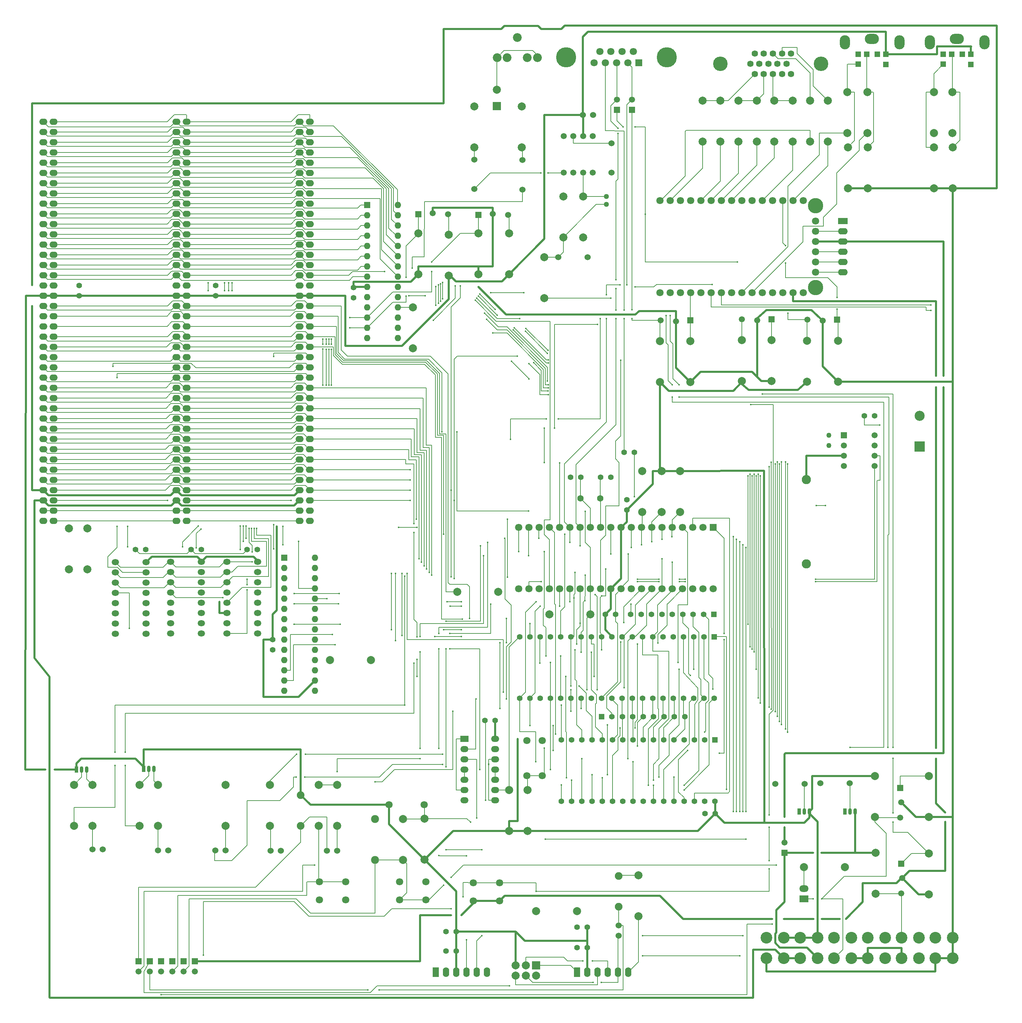
<source format=gtl>
G04 Layer: TopLayer*
G04 EasyEDA v6.5.46, 2024-11-29 12:55:24*
G04 028e3914a6f949ed9ca799ef75e4ed4f,10*
G04 Gerber Generator version 0.2*
G04 Scale: 100 percent, Rotated: No, Reflected: No *
G04 Dimensions in inches *
G04 leading zeros omitted , absolute positions ,3 integer and 6 decimal *
%FSLAX36Y36*%
%MOIN*%

%ADD10C,0.0060*%
%ADD11C,0.0200*%
%ADD12C,0.0550*%
%ADD13C,0.0787*%
%ADD14O,0.06299199999999999X0.06299199999999999*%
%ADD15R,0.0630X0.0630*%
%ADD16O,0.07185X0.05748*%
%ADD17O,0.094488X0.06299199999999999*%
%ADD18R,0.0945X0.0630*%
%ADD19O,0.06299199999999999X0.094488*%
%ADD20R,0.0630X0.0945*%
%ADD21O,0.035433X0.06299199999999999*%
%ADD22R,0.0354X0.0630*%
%ADD23R,0.0906X0.0650*%
%ADD24O,0.09055099999999999X0.064961*%
%ADD25O,0.08X0.06*%
%ADD26C,0.0780*%
%ADD27C,0.0600*%
%ADD28C,0.1142*%
%ADD29R,0.0550X0.0550*%
%ADD30R,0.0984X0.0984*%
%ADD31C,0.0984*%
%ADD32C,0.0590*%
%ADD33R,0.0590X0.0590*%
%ADD34C,0.0900*%
%ADD35O,0.1X0.138*%
%ADD36O,0.138X0.1*%
%ADD37R,0.0560X0.0560*%
%ADD38C,0.1417*%
%ADD39C,0.0627*%
%ADD40R,0.0591X0.0591*%
%ADD41C,0.0591*%
%ADD42C,0.0512*%
%ADD43R,0.0787X0.0787*%
%ADD44C,0.0709*%
%ADD45C,0.0750*%
%ADD46C,0.0860*%
%ADD47C,0.0598*%
%ADD48C,0.1500*%
%ADD49C,0.1968*%
%ADD50R,0.0709X0.0709*%
%ADD51O,0.07873999999999999X0.059054999999999996*%
%ADD52R,0.0787X0.0591*%
%ADD53C,0.0630*%
%ADD54C,0.0500*%
%ADD55R,0.0559X0.0559*%
%ADD56C,0.0559*%
%ADD57C,0.0150*%
%ADD58C,0.0124*%

%LPD*%
D10*
X6730000Y-2670000D02*
G01*
X6730000Y-2810000D01*
X8830000Y-2810000D01*
X8830000Y-2845000D01*
X8875000Y-2845000D01*
X8260000Y-1250000D02*
G01*
X8315000Y-1195000D01*
X8315000Y-715000D01*
X8310000Y-710000D01*
X8255000Y-710000D01*
X6830000Y-2670000D02*
G01*
X6830000Y-2790000D01*
X8875000Y-2790000D01*
D11*
X8925000Y-3485000D02*
G01*
X8925000Y-2755000D01*
X7530000Y-2755000D01*
X7530000Y-2670000D01*
X7820000Y-2945000D02*
G01*
X7710000Y-2840000D01*
X7270000Y-2840000D01*
X7180000Y-2920000D01*
X7180000Y-2940000D01*
X7665000Y-3540000D02*
G01*
X7575000Y-3620000D01*
X7095000Y-3620000D01*
X7030000Y-3565000D01*
X7030000Y-3535010D01*
D10*
X8505000Y-7115000D02*
G01*
X8505000Y-3660000D01*
X7235000Y-3660000D01*
X8455000Y-7115000D02*
G01*
X8455000Y-5040000D01*
X8465000Y-5030000D01*
X8465000Y-3690000D01*
X6415000Y-3690000D01*
X7030000Y-2670000D02*
G01*
X7480000Y-2220000D01*
X7480000Y-1630000D01*
X7785000Y-1325000D01*
X7785000Y-1110000D01*
X8060000Y-1110000D01*
X7295000Y-8300000D02*
G01*
X7295000Y-8520000D01*
X5020000Y-8520000D01*
X6085000Y-1905000D02*
G01*
X6085000Y-1850000D01*
D11*
X7180000Y-3490000D02*
G01*
X7180000Y-3395000D01*
X7180000Y-2940000D01*
D10*
X7295000Y-6720000D02*
G01*
X7295000Y-4400000D01*
X7295000Y-4370000D01*
X7475000Y-6970000D02*
G01*
X7475000Y-4340000D01*
X3095000Y-5610000D02*
G01*
X2655000Y-5610000D01*
X4073622Y-5905000D02*
G01*
X3978622Y-5905000D01*
X3735000Y-6170000D02*
G01*
X3735000Y-6075000D01*
X7115000Y-3765000D02*
G01*
X7335000Y-3765000D01*
X7335000Y-6750000D01*
X7295000Y-6790000D01*
X7295000Y-7775000D01*
X6760000Y-6030000D02*
G01*
X6880000Y-6030000D01*
X6880000Y-7525000D01*
X7070000Y-5160000D02*
G01*
X7070000Y-7740000D01*
X7040000Y-5135000D02*
G01*
X7040000Y-7740000D01*
X7010000Y-5105000D02*
G01*
X7010000Y-7740000D01*
X6975000Y-5075000D02*
G01*
X6975000Y-7740000D01*
X6945000Y-5055000D02*
G01*
X6945000Y-7740000D01*
X6550000Y-4965000D02*
G01*
X6550000Y-4875000D01*
X6910000Y-4875000D01*
X6910000Y-7545000D01*
X6895000Y-7560000D01*
X6565000Y-7560000D01*
X6565000Y-7640000D01*
X6750000Y-4965000D02*
G01*
X6855000Y-5070000D01*
X6855000Y-6000000D01*
D11*
X1925000Y-5690000D02*
G01*
X1925000Y-5800000D01*
X2000000Y-5800000D01*
X1210000Y-5305000D02*
G01*
X1265000Y-5250000D01*
X1710000Y-5250000D01*
X1750000Y-5290000D01*
X1750000Y-5300000D01*
X1750000Y-5300000D02*
G01*
X1800000Y-5250000D01*
X2260000Y-5250000D01*
X2300000Y-5290000D01*
X2300000Y-5300000D01*
D10*
X7750000Y-5495000D02*
G01*
X8350000Y-5495000D01*
X8350000Y-4510000D01*
X8355000Y-4505000D01*
X8380000Y-4505000D01*
X8380000Y-4265000D01*
X8325000Y-4265000D01*
X8325000Y-4365000D02*
G01*
X8325000Y-5470000D01*
X7750000Y-5470000D01*
X6420000Y-5495000D02*
G01*
X6475000Y-5495000D01*
X6010000Y-5495000D02*
G01*
X6220000Y-5495000D01*
X4950000Y-5565000D02*
G01*
X4950000Y-5495000D01*
X5070000Y-5495000D01*
X6420000Y-5470000D02*
G01*
X6475000Y-5470000D01*
X6010000Y-5470000D02*
G01*
X6220000Y-5470000D01*
X4220000Y-4700000D02*
G01*
X4220000Y-5465000D01*
X4190000Y-4592500D02*
G01*
X4190000Y-5447500D01*
X5250000Y-4335000D02*
G01*
X5250000Y-4965000D01*
D11*
X8025000Y-4265000D02*
G01*
X7660000Y-4265000D01*
X7660000Y-4497500D01*
D10*
X2810000Y-3300000D02*
G01*
X2770000Y-3260000D01*
X2455000Y-3260000D01*
X2455000Y-3295000D01*
X2455000Y-5175000D02*
G01*
X2455000Y-4935000D01*
X1745000Y-4980000D02*
G01*
X1700000Y-5025000D01*
X1700000Y-5165000D01*
X2810000Y-3400000D02*
G01*
X2770000Y-3360000D01*
X2655000Y-3360000D01*
X2610000Y-3405000D01*
X1695000Y-3405000D01*
X1650000Y-3360000D01*
X885000Y-3360000D01*
X885000Y-3390000D01*
X1505000Y-4000000D02*
G01*
X1545000Y-4040000D01*
X2655000Y-4040000D01*
X2695000Y-4000000D01*
X2710000Y-4000000D01*
X925000Y-4955000D02*
G01*
X925000Y-5160000D01*
X835000Y-5250000D01*
X835000Y-5355000D01*
X930000Y-5355000D01*
X980000Y-5405000D01*
X1210000Y-5405000D01*
X2290000Y-4975000D02*
G01*
X2290000Y-5040000D01*
X2430000Y-5040000D01*
X2430000Y-5550000D01*
X2150000Y-5550000D01*
X2000000Y-5700000D01*
X2265000Y-4975000D02*
G01*
X2265000Y-5075000D01*
X2405000Y-5075000D01*
X2405000Y-5445000D01*
X2055000Y-5445000D01*
X2000000Y-5500000D01*
X2240000Y-4975000D02*
G01*
X2240000Y-5100000D01*
X2385000Y-5100000D01*
X2385000Y-5345000D01*
X2105000Y-5345000D01*
X2050000Y-5400000D01*
X2000000Y-5400000D01*
X1105000Y-5180000D02*
G01*
X1145000Y-5220000D01*
X1610000Y-5220000D01*
X1650000Y-5180000D01*
X1650000Y-5180000D02*
G01*
X1690000Y-5220000D01*
X2160000Y-5220000D01*
X2195000Y-5185000D01*
X2195000Y-5180000D01*
X2245000Y-5300000D02*
G01*
X2000000Y-5300000D01*
X2215000Y-4975000D02*
G01*
X2215000Y-5110000D01*
X2245000Y-5140000D01*
X2245000Y-5205000D01*
X2700000Y-5100000D02*
G01*
X2700000Y-5100000D01*
X2700000Y-5560000D01*
X2860000Y-5560000D01*
X2050000Y-2575000D02*
G01*
X2050000Y-2650000D01*
X2015000Y-2575000D02*
G01*
X2015000Y-2650000D01*
X1975000Y-2575000D02*
G01*
X1975000Y-2650000D01*
X1815000Y-2575000D02*
G01*
X1815000Y-2650000D01*
X2185000Y-4950000D02*
G01*
X2185000Y-5070000D01*
X2160000Y-4950000D02*
G01*
X2160000Y-5100000D01*
X2130000Y-4950000D02*
G01*
X2130000Y-5180000D01*
X1720000Y-4951736D02*
G01*
X1565000Y-5106736D01*
X1565000Y-5155000D01*
X1030000Y-5155000D02*
G01*
X1030000Y-4950000D01*
X1605000Y-3000000D02*
G01*
X2620000Y-3000000D01*
X2665000Y-2955000D01*
X2760000Y-2955000D01*
X2805000Y-3000000D01*
X2810000Y-3000000D01*
X305000Y-3000000D02*
G01*
X1415000Y-3000000D01*
X1460000Y-2955000D01*
X1570000Y-2955000D01*
X1605000Y-2990000D01*
X1605000Y-3000000D01*
X305000Y-2900000D02*
G01*
X1415000Y-2900000D01*
X1455000Y-2855000D01*
X1550000Y-2855000D01*
X1590000Y-2900000D01*
X1605000Y-2900000D01*
X1605000Y-2900000D02*
G01*
X2620000Y-2900000D01*
X2665000Y-2855000D01*
X2755000Y-2855000D01*
X2800000Y-2900000D01*
X2810000Y-2900000D01*
X1450000Y-5500000D02*
G01*
X1500000Y-5550000D01*
X1940000Y-5550000D01*
X1990000Y-5500000D01*
X2000000Y-5500000D01*
X910000Y-5505000D02*
G01*
X960000Y-5555000D01*
X1385000Y-5555000D01*
X1440000Y-5500000D01*
X1450000Y-5500000D01*
X1450000Y-5400000D02*
G01*
X1500000Y-5450000D01*
X1935000Y-5450000D01*
X1985000Y-5400000D01*
X2000000Y-5400000D01*
X910000Y-5405000D02*
G01*
X960000Y-5455000D01*
X1375000Y-5455000D01*
X1430000Y-5400000D01*
X1450000Y-5400000D01*
X1450000Y-5300000D02*
G01*
X1500000Y-5350000D01*
X1925000Y-5350000D01*
X1975000Y-5300000D01*
X2000000Y-5300000D01*
X910000Y-5305000D02*
G01*
X960000Y-5355000D01*
X1375000Y-5355000D01*
X1430000Y-5300000D01*
X1450000Y-5300000D01*
X1605000Y-2100000D02*
G01*
X2620000Y-2100000D01*
X2665000Y-2055000D01*
X2735000Y-2055000D01*
X2780000Y-2100000D01*
X2810000Y-2100000D01*
X305000Y-2100000D02*
G01*
X1420000Y-2100000D01*
X1465000Y-2055000D01*
X1535000Y-2055000D01*
X1580000Y-2100000D01*
X1605000Y-2100000D01*
X1605000Y-2000000D02*
G01*
X2625000Y-2000000D01*
X2670000Y-1955000D01*
X2735000Y-1955000D01*
X2780000Y-2000000D01*
X2810000Y-2000000D01*
X305000Y-2000000D02*
G01*
X1415000Y-2000000D01*
X1460000Y-1955000D01*
X1530000Y-1955000D01*
X1575000Y-2000000D01*
X1605000Y-2000000D01*
X1605000Y-1900000D02*
G01*
X2625000Y-1900000D01*
X2670000Y-1855000D01*
X2735000Y-1855000D01*
X2780000Y-1900000D01*
X2810000Y-1900000D01*
X305000Y-1900000D02*
G01*
X1415000Y-1900000D01*
X1455000Y-1860000D01*
X1540000Y-1860000D01*
X1580000Y-1900000D01*
X1605000Y-1900000D01*
X1605000Y-1800000D02*
G01*
X2625000Y-1800000D01*
X2670000Y-1755000D01*
X2735000Y-1755000D01*
X2780000Y-1800000D01*
X2810000Y-1800000D01*
X305000Y-1800000D02*
G01*
X1420000Y-1800000D01*
X1460000Y-1760000D01*
X1565000Y-1760000D01*
X1605000Y-1800000D01*
X1505000Y-2100000D02*
G01*
X1545000Y-2140000D01*
X2660000Y-2140000D01*
X2700000Y-2100000D01*
X2710000Y-2100000D01*
X4220000Y-4700000D02*
G01*
X4220000Y-3320000D01*
X4250000Y-3290000D01*
X4835000Y-3290000D01*
D11*
X7140000Y-9090000D02*
G01*
X7140000Y-9560000D01*
X270000Y-9560000D01*
X265000Y-9555000D01*
X265000Y-6425000D01*
X120000Y-6240000D01*
X120000Y-4720000D01*
X120000Y-4700000D01*
X205000Y-4700000D01*
X225000Y-7330000D02*
G01*
X29994Y-7330000D01*
X30000Y-7325000D01*
X35000Y-2700000D01*
X205000Y-2700000D01*
D10*
X4860000Y-6030000D02*
G01*
X4755000Y-6135000D01*
X4755000Y-7530000D01*
X4305000Y-8575000D02*
G01*
X4305000Y-8435000D01*
X4407002Y-8436400D01*
X3825000Y-6290000D02*
G01*
X3825000Y-6780000D01*
X1005000Y-6780000D01*
X1005000Y-7160000D01*
X2546342Y-8520000D02*
G01*
X2740000Y-8520000D01*
X2740000Y-8265000D01*
X2855000Y-8265000D01*
X1465000Y-9305000D02*
G01*
X1520000Y-9250000D01*
X1520000Y-8560000D01*
X2780000Y-8560000D01*
X2780000Y-8555000D01*
X2780000Y-8430000D01*
X2783599Y-8426400D01*
X2901999Y-8426400D01*
X4930000Y-7391260D02*
G01*
X5080000Y-7391260D01*
X5477240Y-1497170D02*
G01*
X5480000Y-1499929D01*
X5480000Y-1730000D01*
D11*
X8335000Y-8145000D02*
G01*
X8132500Y-8145000D01*
X8130000Y-8142500D01*
X7805000Y-8145000D02*
G01*
X8135000Y-8145000D01*
X8135000Y-7940000D01*
X8135000Y-7940000D02*
G01*
X8135000Y-7940000D01*
X8135000Y-7740000D01*
X7445000Y-8145000D02*
G01*
X7725000Y-8145000D01*
X7600000Y-8975000D02*
G01*
X7770000Y-8975000D01*
X7440000Y-8975000D02*
G01*
X7600000Y-8975000D01*
X7365000Y-8705000D02*
G01*
X7445000Y-8625000D01*
X7445000Y-8590000D01*
X7445000Y-8145000D01*
X7770000Y-9175000D02*
G01*
X7665000Y-9070000D01*
X7400000Y-9070000D01*
X7355000Y-9025000D01*
X7355000Y-8935000D01*
X7365000Y-8925000D01*
X7365000Y-8705000D01*
X8260000Y-9175000D02*
G01*
X8100000Y-9175000D01*
X8590000Y-9175000D02*
G01*
X8590000Y-9075000D01*
X8260000Y-9075000D01*
X8260000Y-9175000D01*
X7440000Y-9175000D02*
G01*
X7355000Y-9090000D01*
X7140000Y-9090000D01*
X7270000Y-9175000D02*
G01*
X7270000Y-9305000D01*
X8920000Y-9305000D01*
X8920000Y-9175000D01*
X9090000Y-9175000D02*
G01*
X8920000Y-9175000D01*
X9090000Y-8975000D02*
G01*
X9090000Y-9175000D01*
X7440000Y-9175000D02*
G01*
X7600000Y-9175000D01*
D10*
X7325000Y-8840000D02*
G01*
X7080000Y-8840000D01*
X7080000Y-9530000D01*
X1355000Y-9530000D01*
D11*
X95000Y-2599299D02*
G01*
X95000Y-820000D01*
X4115000Y-820000D01*
X4115000Y-95000D01*
X4680000Y-95000D01*
X4710000Y-65000D01*
X5040000Y-65000D01*
X5070000Y-95000D01*
X5265000Y-95000D01*
X5300000Y-60000D01*
X9520000Y-60000D01*
X9520000Y-1650000D01*
X9090000Y-1650000D01*
D10*
X2710000Y-1400000D02*
G01*
X2760000Y-1450000D01*
X3350000Y-1450000D01*
X3555000Y-1655000D01*
X3555000Y-2105000D01*
X3665000Y-2215000D01*
X3670000Y-2215000D01*
X6415000Y-6350000D02*
G01*
X6415000Y-6895000D01*
X6320000Y-6990000D01*
X6320000Y-7190000D01*
X6220000Y-7290000D01*
X6220000Y-7405000D01*
X6365000Y-7405000D02*
G01*
X6365000Y-7405000D01*
X6365000Y-7640000D01*
X6660000Y-6630000D02*
G01*
X6610000Y-6680000D01*
X6610000Y-7125000D01*
X6610000Y-7340000D01*
X6465000Y-7485000D01*
X6410000Y-7280000D02*
G01*
X6410000Y-7375000D01*
X5265000Y-7480000D02*
G01*
X5265000Y-7640000D01*
X5365000Y-7435000D02*
G01*
X5365000Y-7435000D01*
X5365000Y-7640000D01*
X5918950Y-5225799D02*
G01*
X5920000Y-5226849D01*
X5920000Y-5485000D01*
X5850000Y-5555000D01*
X5850000Y-5565000D01*
D11*
X5905000Y-4795000D02*
G01*
X6160000Y-4540000D01*
X6160000Y-4415000D01*
X6245000Y-4414989D01*
X9090000Y-7795000D02*
G01*
X9090000Y-1650000D01*
X7970000Y-3540000D02*
G01*
X7972947Y-3542948D01*
X9090000Y-3542948D01*
X6525000Y-3545000D02*
G01*
X6385000Y-3405000D01*
X6385000Y-2950010D01*
X6385000Y-2950010D02*
G01*
X6385000Y-2850000D01*
X6025000Y-2850000D01*
X5990000Y-2885000D01*
X4725000Y-2885000D01*
X4455000Y-2615000D01*
X3235000Y-2620000D02*
G01*
X3240000Y-2615000D01*
X3370000Y-2615000D01*
X2810000Y-2700000D02*
G01*
X3155000Y-2700000D01*
X3155000Y-3190000D01*
X3710000Y-3190000D01*
X4165000Y-2735000D01*
X4165000Y-2490000D01*
X4010000Y-1895000D02*
G01*
X4010000Y-1840000D01*
X4595000Y-1840000D01*
X4595000Y-1900000D01*
X4755000Y-2490000D02*
G01*
X5100000Y-2145000D01*
X5100000Y-935000D01*
X5475789Y-935000D01*
X5475789Y-935000D02*
G01*
X5477240Y-936449D01*
X5477240Y-1142840D01*
X8433999Y-343000D02*
G01*
X8435000Y-341999D01*
X8435000Y-120000D01*
X5526599Y-120000D01*
X5475799Y-170799D01*
X5475799Y-935000D01*
X4165000Y-2490000D02*
G01*
X4235000Y-2560000D01*
X4685000Y-2560000D01*
X4755000Y-2490000D01*
D10*
X5650000Y-5565000D02*
G01*
X5650000Y-5090000D01*
X5700000Y-5040000D01*
X5700000Y-4755000D01*
X5830000Y-4755000D01*
X5830000Y-4330000D01*
X5795000Y-4295000D01*
X5795000Y-4120000D01*
X5845000Y-4070000D01*
X5845000Y-3330000D01*
D11*
X5850000Y-4965000D02*
G01*
X5905000Y-4910000D01*
X5905000Y-4795000D01*
D10*
X4490000Y-8955000D02*
G01*
X4440000Y-9005000D01*
X4440000Y-9310000D01*
X4140000Y-8115000D02*
G01*
X4490000Y-8115000D01*
X4140000Y-6150000D02*
G01*
X4140000Y-7305000D01*
X4475000Y-5145000D02*
G01*
X4475000Y-5880000D01*
X4140000Y-5880000D01*
X5450000Y-4965000D02*
G01*
X5450000Y-5145000D01*
X4340000Y-8995000D02*
G01*
X4340000Y-8995000D01*
X4340000Y-9310000D01*
X4070000Y-8170000D02*
G01*
X4075000Y-8175000D01*
X4340000Y-8175000D01*
X4070000Y-6150000D02*
G01*
X4070000Y-7125000D01*
X5350000Y-4965000D02*
G01*
X5350000Y-5110000D01*
X5160000Y-6630000D02*
G01*
X5160000Y-7330000D01*
X7070000Y-8010400D02*
G01*
X5110000Y-8010400D01*
X5950000Y-4965000D02*
G01*
X5950000Y-5160000D01*
X7040000Y-8955000D02*
G01*
X6060000Y-8955000D01*
X6050000Y-4965000D02*
G01*
X6050000Y-5135000D01*
X7010000Y-9150000D02*
G01*
X6060000Y-9150000D01*
X6150000Y-4965000D02*
G01*
X6150000Y-5105000D01*
X6250000Y-4965000D02*
G01*
X6250000Y-5080000D01*
X6350000Y-4965000D02*
G01*
X6345000Y-4970000D01*
X6345000Y-5060000D01*
X7295000Y-7895000D02*
G01*
X7295000Y-8220000D01*
X4175000Y-6150000D02*
G01*
X4470000Y-6150000D01*
X4470000Y-7330000D01*
X4030000Y-6030000D02*
G01*
X4215000Y-6030000D01*
X4575000Y-5715000D02*
G01*
X4575000Y-6000000D01*
X4175000Y-6000000D01*
X5943599Y-5815000D02*
G01*
X5945000Y-5813600D01*
X5945000Y-5715000D01*
D11*
X7166800Y-7850000D02*
G01*
X7250000Y-7850000D01*
X7245000Y-4410000D01*
X7205000Y-4410000D01*
X6425000Y-4415000D01*
X6770000Y-7760000D02*
G01*
X6860000Y-7850000D01*
X7640000Y-7850000D01*
X7690000Y-7800000D01*
X7690000Y-7740000D01*
X9000000Y-3595000D02*
G01*
X9000000Y-7170000D01*
X7455000Y-7170000D01*
X7445000Y-7180000D01*
X7445000Y-7795000D01*
D10*
X7365000Y-8265000D02*
G01*
X4310000Y-8265000D01*
X4190000Y-8385000D01*
X7154979Y-535030D02*
G01*
X6895007Y-795001D01*
X6820000Y-795001D01*
X6645000Y-1195000D02*
G01*
X6645000Y-1455000D01*
X6330000Y-1770000D01*
D11*
X205000Y-4600000D02*
G01*
X95000Y-4600000D01*
X95000Y-2800000D01*
X8015000Y-2170000D02*
G01*
X9000000Y-2170000D01*
X9000000Y-3485000D01*
D10*
X2810000Y-4700000D02*
G01*
X3790000Y-4700000D01*
X4190000Y-3175000D02*
G01*
X4190000Y-2810000D01*
X4280000Y-2720000D01*
X4280000Y-2605000D01*
X4190000Y-4600000D02*
G01*
X4190000Y-3260000D01*
X2810000Y-4600000D02*
G01*
X3790000Y-4600000D01*
X5415000Y-6105000D02*
G01*
X5415000Y-5965000D01*
X5450000Y-5930000D01*
X5450000Y-5900000D01*
X5985000Y-6925000D02*
G01*
X5985000Y-6870000D01*
X6010000Y-6845000D01*
X6010000Y-6105000D01*
X5765000Y-7640000D02*
G01*
X5765000Y-7195000D01*
X5820000Y-7140000D01*
X5820000Y-7020000D01*
X5840000Y-7000000D01*
X5840000Y-6925000D01*
X4431050Y-6640000D02*
G01*
X4430000Y-6641051D01*
X4430000Y-7130000D01*
X4320000Y-7130000D01*
X4713100Y-5070000D02*
G01*
X4715000Y-5071900D01*
X4715000Y-5665000D01*
X4775000Y-5725000D01*
X4775000Y-6085000D01*
X4730000Y-6130000D01*
X4730000Y-6640000D01*
X5050000Y-4965000D02*
G01*
X5045000Y-4970000D01*
X5045000Y-5070000D01*
X4740000Y-4885000D02*
G01*
X4740000Y-5450000D01*
X6250000Y-5270000D02*
G01*
X6250000Y-5565000D01*
X6350000Y-5305000D02*
G01*
X6350000Y-5565000D01*
X5700000Y-5370000D02*
G01*
X5700000Y-5635000D01*
X5660000Y-5635000D01*
X5400000Y-5405000D02*
G01*
X5400000Y-5610000D01*
X5390000Y-5620000D01*
X5390000Y-5655000D01*
X5500000Y-5430000D02*
G01*
X5500000Y-5635000D01*
X5495000Y-5640000D01*
X5495000Y-5680000D01*
X4950000Y-4965000D02*
G01*
X4945000Y-4970000D01*
X4945000Y-5240000D01*
X4505000Y-5240000D02*
G01*
X4505000Y-5905000D01*
X4073622Y-5905000D01*
X3978622Y-5905000D02*
G01*
X3885000Y-5905000D01*
X3885000Y-6030000D01*
X3855000Y-6255000D02*
G01*
X3855000Y-6420000D01*
X3825000Y-5865000D02*
G01*
X3855000Y-5895000D01*
X3855000Y-6035000D01*
X4290000Y-5690000D02*
G01*
X4150000Y-5690000D01*
X4290000Y-5735000D02*
G01*
X4180000Y-5735000D01*
X4300000Y-5860000D02*
G01*
X4095000Y-5860000D01*
X4730000Y-6090000D02*
G01*
X4730000Y-5855000D01*
X4665000Y-6735000D02*
G01*
X4665000Y-6090000D01*
X5460000Y-6630000D02*
G01*
X5460000Y-6735000D01*
X4160000Y-5355000D02*
G01*
X4160000Y-5505000D01*
X4175000Y-5520000D01*
X4345000Y-5520000D01*
X4370000Y-5545000D01*
X4370000Y-5855000D01*
X4215000Y-6030000D02*
G01*
X4290000Y-6030000D01*
X4850000Y-4965000D02*
G01*
X4850000Y-5200000D01*
X5200000Y-3995000D02*
G01*
X5200000Y-2980000D01*
X5100000Y-4330000D02*
G01*
X5100000Y-3995000D01*
X2817500Y-4500000D02*
G01*
X3790000Y-4500000D01*
X5120000Y-3905000D02*
G01*
X4770000Y-3905000D01*
X4770000Y-4105000D01*
X5645000Y-2925000D02*
G01*
X5645000Y-3905000D01*
X5235000Y-3905000D01*
X2810000Y-4400000D02*
G01*
X3790000Y-4400000D01*
X3645000Y-5415000D02*
G01*
X3645000Y-6070000D01*
X3675000Y-4965000D02*
G01*
X3855000Y-4965000D01*
X3710000Y-5415000D02*
G01*
X3710000Y-6020000D01*
X3735000Y-6700000D02*
G01*
X3735000Y-6175000D01*
X3735000Y-6170000D01*
X3735000Y-6075000D02*
G01*
X3735000Y-5440000D01*
X3760000Y-5415000D02*
G01*
X3760000Y-6060000D01*
X4700000Y-6060000D01*
X4700000Y-6575000D01*
X4425000Y-2745000D02*
G01*
X4630000Y-2950000D01*
X5155000Y-2950000D01*
X5155000Y-4890000D01*
X5100000Y-4890000D01*
X5100000Y-5035000D01*
X5150000Y-5085000D01*
X5150000Y-5565000D01*
X4378019Y-7845000D02*
G01*
X4343019Y-7810000D01*
X3930000Y-7810000D01*
X5420000Y-9310000D02*
G01*
X5353999Y-9243999D01*
X5020000Y-9243999D01*
X4205000Y-6760000D02*
G01*
X4205000Y-7330000D01*
X3635000Y-7330000D01*
X3515000Y-7450000D01*
X3445000Y-7450000D01*
X3445000Y-7450000D01*
X5360000Y-6630000D02*
G01*
X5360000Y-6760000D01*
X1005000Y-7290000D02*
G01*
X1005000Y-7880000D01*
X1145000Y-7880000D01*
X5060000Y-6030000D02*
G01*
X5055000Y-6035000D01*
X5055000Y-6290000D01*
X905000Y-7290000D02*
G01*
X905000Y-7700000D01*
X505000Y-7700000D01*
X505000Y-7880000D01*
X3735000Y-6700000D02*
G01*
X905000Y-6700000D01*
X905000Y-7160000D01*
X3885000Y-7225000D02*
G01*
X3075000Y-7225000D01*
X3075000Y-7350000D01*
X3885000Y-6180000D02*
G01*
X3885000Y-7125000D01*
X5100000Y-5200000D02*
G01*
X5100000Y-5755000D01*
X5090000Y-5765000D01*
X5090000Y-5920000D01*
X5115000Y-5945000D01*
X5115000Y-6220000D01*
X4140000Y-5415000D02*
G01*
X4140000Y-5595000D01*
X4250000Y-5595000D01*
X5965000Y-7255000D02*
G01*
X5965000Y-7640000D01*
X4860000Y-6630000D02*
G01*
X4860000Y-6960000D01*
X5015000Y-6960000D01*
X5015000Y-7255000D01*
X4960000Y-6630000D02*
G01*
X4960000Y-6900000D01*
X5185000Y-6900000D02*
G01*
X5185000Y-6900000D01*
X5185000Y-7145000D01*
X6410000Y-7375000D02*
G01*
X6410000Y-7550000D01*
X6465000Y-7605000D01*
X6465000Y-7640000D01*
X6500000Y-7145000D02*
G01*
X6410000Y-7235000D01*
X6410000Y-7280000D01*
X5150000Y-4965000D02*
G01*
X5200000Y-5015000D01*
X5200000Y-5710000D01*
X5210000Y-5720000D01*
X5210000Y-6985000D01*
X5665000Y-7410000D02*
G01*
X5665000Y-7640000D01*
X5310000Y-6420000D02*
G01*
X5310000Y-6960000D01*
X5315000Y-6965000D01*
X5315000Y-7410000D01*
X5560000Y-6030000D02*
G01*
X5560000Y-6105000D01*
X5585000Y-6105000D01*
X5585000Y-6420000D01*
X5400000Y-6450000D02*
G01*
X5415000Y-6465000D01*
X5415000Y-6895000D01*
X5465000Y-6945000D01*
X5465000Y-7040000D01*
X5400000Y-6160000D02*
G01*
X5400000Y-6450000D01*
X5660000Y-6030000D02*
G01*
X5660000Y-6160000D01*
X5565000Y-7380000D02*
G01*
X5565000Y-7640000D01*
X5715000Y-6895000D02*
G01*
X5715000Y-7380000D01*
X5860000Y-6030000D02*
G01*
X5880000Y-6050000D01*
X5880000Y-6530000D01*
X5465000Y-7225000D02*
G01*
X5465000Y-7640000D01*
X5960000Y-6030000D02*
G01*
X5915000Y-6075000D01*
X5915000Y-7225000D01*
X5560000Y-6185000D02*
G01*
X5560000Y-6550000D01*
X5610000Y-6600000D01*
X5610000Y-6680000D01*
X5600000Y-6690000D01*
X5600000Y-6915000D01*
X5665000Y-6980000D01*
X5665000Y-7040000D01*
X5460000Y-6030000D02*
G01*
X5460000Y-6185000D01*
X4440000Y-7805000D02*
G01*
X4440000Y-7230000D01*
X4320000Y-7230000D01*
X4525000Y-7630000D02*
G01*
X4525000Y-6855000D01*
X4520000Y-6850000D01*
X6060000Y-6030000D02*
G01*
X6060000Y-6210000D01*
X6210000Y-6210000D01*
X6210000Y-6735000D01*
X6215000Y-6740000D01*
X6215000Y-6835000D01*
X6115000Y-6935000D01*
X6115000Y-7485000D01*
X6160000Y-6030000D02*
G01*
X6160000Y-6175000D01*
X6315000Y-6175000D01*
X6315000Y-6835000D01*
X6220000Y-6930000D01*
X6220000Y-7225000D01*
X6165000Y-7280000D01*
X6165000Y-7435000D01*
X6010000Y-7100000D02*
G01*
X6010000Y-7100000D01*
X6010000Y-6870000D01*
X6065000Y-6815000D01*
X5360000Y-6030000D02*
G01*
X5360000Y-6515000D01*
X5440000Y-6515000D02*
G01*
X5510000Y-6585000D01*
X5510000Y-6755000D01*
X5565000Y-6810000D01*
X5565000Y-7040000D01*
X5390000Y-5655000D02*
G01*
X5390000Y-6030000D01*
X5360000Y-6030000D01*
X5550000Y-5815000D02*
G01*
X5515000Y-5850000D01*
X5515000Y-6550000D01*
X5265000Y-7040000D02*
G01*
X5265000Y-6700000D01*
D11*
X5760000Y-6030000D02*
G01*
X5695000Y-5965000D01*
X5695000Y-5815000D01*
D10*
X5595000Y-5620000D02*
G01*
X5615000Y-5640000D01*
X5615000Y-6550000D01*
X5350000Y-5690000D02*
G01*
X5350000Y-5690000D01*
X5350000Y-5565000D01*
X6855000Y-6060000D02*
G01*
X6855000Y-7170000D01*
X6810000Y-7170000D01*
X5080000Y-7391260D02*
G01*
X5100000Y-7371260D01*
X5100000Y-7120000D01*
X5260000Y-6220000D02*
G01*
X5260000Y-6630000D01*
X5160000Y-6285000D02*
G01*
X5160000Y-6630000D01*
X6450000Y-4965000D02*
G01*
X6500000Y-5015000D01*
X6500000Y-5720000D01*
X6405000Y-5720000D01*
X6405000Y-6285000D01*
X5300000Y-5030000D02*
G01*
X5300000Y-5740000D01*
X5260000Y-5780000D01*
X5260000Y-6030000D01*
X5495000Y-5680000D02*
G01*
X5480000Y-5695000D01*
X5480000Y-5970000D01*
X5460000Y-5990000D01*
X5460000Y-6030000D01*
X5660000Y-5635000D02*
G01*
X5645000Y-5650000D01*
X5645000Y-5995000D01*
X5660000Y-6010000D01*
X5660000Y-6030000D01*
X6450000Y-5565000D02*
G01*
X6305000Y-5710000D01*
X6300000Y-5710000D01*
X6300000Y-5920000D01*
X6210000Y-6010000D01*
X6210000Y-6095000D01*
X4960000Y-6630000D02*
G01*
X5010000Y-6580000D01*
X5010000Y-5785000D01*
X5060000Y-5735000D01*
X5250000Y-5735000D02*
G01*
X5250000Y-5735000D01*
X5250000Y-5565000D01*
X5360000Y-6550000D02*
G01*
X5360000Y-6630000D01*
X6250000Y-5565000D02*
G01*
X6100000Y-5715000D01*
X6100000Y-5920000D01*
X5990000Y-6030000D01*
X5960000Y-6030000D01*
X6150000Y-5565000D02*
G01*
X5990000Y-5725000D01*
X5990000Y-5910000D01*
X5870000Y-6030000D01*
X5860000Y-6030000D01*
X6560000Y-6030000D02*
G01*
X6560000Y-6350000D01*
X6525000Y-6409890D02*
G01*
X6510000Y-6394890D01*
X6510000Y-5955000D01*
X6451599Y-5896599D01*
X6451599Y-5815000D01*
X6654799Y-5815000D02*
G01*
X6705000Y-5865200D01*
X6705000Y-6400000D01*
X6745000Y-6440000D01*
X6745000Y-6545000D01*
X6660000Y-6630000D02*
G01*
X6630000Y-6600000D01*
X6630000Y-6450000D01*
X6610000Y-6430000D01*
X6610000Y-5990000D01*
X6553199Y-5933200D01*
X6553199Y-5815000D01*
X4860000Y-6630000D02*
G01*
X4915000Y-6575000D01*
X4915000Y-5795000D01*
X5020000Y-5690000D01*
X4960000Y-6030000D02*
G01*
X4960000Y-5905000D01*
X5450000Y-5900000D02*
G01*
X5450000Y-5900000D01*
X5450000Y-5565000D01*
X5875000Y-5895000D02*
G01*
X5875000Y-5895000D01*
X5875000Y-5740000D01*
X6050000Y-5565000D01*
D11*
X4840000Y-7030000D02*
G01*
X4840000Y-7030000D01*
X4840000Y-7405000D01*
X4840000Y-7835000D01*
X4755000Y-7835000D01*
X4755000Y-7930000D01*
D10*
X4620000Y-7230000D02*
G01*
X4555000Y-7230000D01*
X4555000Y-7279474D01*
X4555000Y-7279474D02*
G01*
X4555000Y-7630000D01*
X4620000Y-7630000D01*
X4320000Y-7030000D02*
G01*
X4240000Y-7030000D01*
X4240000Y-7530000D01*
X4320000Y-7530000D01*
X5750000Y-5225821D02*
G01*
X5750000Y-4965000D01*
X5500000Y-4808807D02*
G01*
X5500000Y-4805000D01*
X5500000Y-5110000D01*
X5550000Y-5160000D01*
X5550000Y-5565000D01*
X6160000Y-6030000D02*
G01*
X6205000Y-5985000D01*
X6205000Y-5725000D01*
X6350000Y-5580000D01*
X6350000Y-5565000D01*
X5850000Y-5565000D02*
G01*
X5795000Y-5620000D01*
X5795000Y-5815000D01*
X2810000Y-4300000D02*
G01*
X3745000Y-4300000D01*
X3745000Y-4345000D01*
X3825000Y-4345000D01*
X3825000Y-4927127D01*
X3825000Y-5014627D02*
G01*
X3825000Y-5865000D01*
X2810000Y-4200000D02*
G01*
X2815000Y-4205000D01*
X3775000Y-4205000D01*
X3775000Y-4305000D01*
X3850000Y-4305000D01*
X3850000Y-4885000D01*
X2810000Y-4100000D02*
G01*
X3800000Y-4100000D01*
X3800000Y-4275000D01*
X3875000Y-4275000D01*
X3875000Y-5270000D01*
X2810000Y-4000000D02*
G01*
X3825000Y-4000000D01*
X3830000Y-4005000D01*
X3830000Y-4255000D01*
X3900000Y-4255000D01*
X3900000Y-5305000D01*
X2810000Y-3900000D02*
G01*
X3855000Y-3900000D01*
X3855000Y-4235000D01*
X3925000Y-4235000D01*
X3925000Y-5340000D01*
X2810000Y-3800000D02*
G01*
X2815000Y-3805000D01*
X3885000Y-3805000D01*
X3885000Y-4210000D01*
X3950000Y-4210000D01*
X3950000Y-5370000D01*
X2810000Y-3700000D02*
G01*
X3915000Y-3700000D01*
X3915000Y-4185000D01*
X3975000Y-4185000D01*
X3975000Y-5405000D01*
X2810000Y-3600000D02*
G01*
X3945000Y-3600000D01*
X3945000Y-4160000D01*
X4000000Y-4160000D01*
X4000000Y-5430000D01*
X1605000Y-2500000D02*
G01*
X2625000Y-2500000D01*
X2670000Y-2455000D01*
X2740000Y-2455000D01*
X2785000Y-2500000D01*
X2810000Y-2500000D01*
X2810000Y-3200000D02*
G01*
X3040000Y-3200000D01*
X3040000Y-3285000D01*
X3125000Y-3370000D01*
X3930000Y-3370000D01*
X4035000Y-3475000D01*
X4035000Y-4085000D01*
X4095000Y-4085000D01*
X4095000Y-5860000D01*
X2810000Y-3100000D02*
G01*
X3055000Y-3100000D01*
X3055000Y-3275000D01*
X3130000Y-3350000D01*
X3940000Y-3350000D01*
X4055000Y-3465000D01*
X4055000Y-4065000D01*
X4115000Y-4065000D01*
X4115000Y-5030000D01*
X2810000Y-3000000D02*
G01*
X3070000Y-3000000D01*
X3070000Y-3265000D01*
X3140000Y-3335000D01*
X3950000Y-3335000D01*
X4075000Y-3460000D01*
X4075000Y-4050000D01*
X4140000Y-4050000D01*
X4140000Y-5415000D01*
X2810000Y-2900000D02*
G01*
X3085000Y-2900000D01*
X3085000Y-3255000D01*
X3150000Y-3320000D01*
X3970000Y-3320000D01*
X4100000Y-3455000D01*
X4100000Y-4030000D01*
X2810000Y-2800000D02*
G01*
X3115000Y-2800000D01*
X3115000Y-3230000D01*
X3175000Y-3290000D01*
X3985000Y-3290000D01*
X4160000Y-3465000D01*
X4160000Y-5355000D01*
X4115000Y-8460000D02*
G01*
X3971419Y-8603580D01*
X3943000Y-8603580D01*
X4320000Y-7330000D02*
G01*
X4320000Y-7430000D01*
X3485000Y-9485000D02*
G01*
X5870000Y-9485000D01*
X5870000Y-8855000D01*
X5825000Y-8855000D01*
X1245000Y-9305000D02*
G01*
X1245000Y-9485000D01*
X3375000Y-9485000D01*
X2760000Y-7405000D02*
G01*
X3490000Y-7405000D01*
X3615000Y-7280000D01*
X4105000Y-7280000D01*
X1885000Y-8120000D02*
G01*
X1880000Y-8125000D01*
X1880000Y-8220000D01*
X2045000Y-8220000D01*
X2195000Y-8070000D01*
X2195000Y-7635000D01*
X2515000Y-7635000D01*
X2650000Y-7500000D01*
X2650000Y-7405000D01*
X2675000Y-7405000D01*
X4620000Y-7430000D02*
G01*
X4620000Y-7330000D01*
X2680000Y-7180000D02*
G01*
X2420000Y-7440000D01*
X2420000Y-7479979D01*
X4105000Y-7180000D02*
G01*
X2765000Y-7180000D01*
X1770000Y-9144081D02*
G01*
X1770000Y-8620000D01*
X2655000Y-8620000D01*
X2800000Y-8765000D01*
X3535000Y-8765000D01*
X3610000Y-8690000D01*
X4190000Y-8690000D01*
X1575000Y-9305000D02*
G01*
X1630000Y-9250000D01*
X1630000Y-8595000D01*
X2675000Y-8595000D01*
X2815000Y-8735000D01*
X3445000Y-8735000D01*
X3445000Y-8215000D01*
D11*
X1685000Y-9205000D02*
G01*
X1930000Y-9205000D01*
D10*
X4760000Y-9445000D02*
G01*
X3465000Y-9445000D01*
X3400000Y-9510000D01*
X1895000Y-9510000D01*
X1900000Y-9510000D01*
X1190000Y-9510000D01*
X1190000Y-9305000D01*
X1245000Y-9205000D01*
X1135000Y-9305000D02*
G01*
X1190000Y-9250000D01*
X1190000Y-8520000D01*
X2546342Y-8520000D01*
D11*
X1930000Y-9205000D02*
G01*
X3885000Y-9205000D01*
X3885000Y-8755000D01*
X4190000Y-8755000D01*
X4290000Y-8755000D02*
G01*
X4406999Y-8638000D01*
X4406999Y-8613599D01*
D10*
X6350000Y-3570000D02*
G01*
X6310000Y-3530000D01*
X6310000Y-3180000D01*
X6290000Y-3160000D01*
X6290000Y-2895000D01*
X8085000Y-7115000D02*
G01*
X8415000Y-7115000D01*
X8415000Y-3740000D01*
X6350000Y-3740000D01*
X6350000Y-3690000D01*
X6415000Y-3570000D02*
G01*
X6355000Y-3510000D01*
X6355000Y-3170000D01*
X6330000Y-3145000D01*
X6330000Y-2895000D01*
D11*
X9015000Y-7750000D02*
G01*
X8925000Y-7660000D01*
X8925000Y-7225000D01*
X8595000Y-8390000D02*
G01*
X8665000Y-8320000D01*
X9015000Y-8320000D01*
X9015000Y-7840000D01*
D10*
X8505000Y-7755000D02*
G01*
X8505000Y-7220000D01*
X8855000Y-8150000D02*
G01*
X8650000Y-7945000D01*
X8505000Y-7945000D01*
X8505000Y-7840000D01*
X5840000Y-2595000D02*
G01*
X5705000Y-2595000D01*
X5705000Y-2690000D01*
X5955000Y-785000D02*
G01*
X5905000Y-835000D01*
X5905000Y-2595000D01*
X5350000Y-4965000D02*
G01*
X5295000Y-4910000D01*
X5295000Y-4345000D01*
X5705000Y-3935000D01*
X5705000Y-2925000D01*
X5820000Y-1065000D02*
G01*
X5750000Y-995000D01*
X5750000Y-845000D01*
X5810000Y-785000D01*
X5800000Y-2545000D02*
G01*
X5800000Y-1580000D01*
X5820000Y-1560000D01*
X5820000Y-1115000D01*
X5800000Y-2840000D02*
G01*
X5800000Y-2630000D01*
X5450000Y-4965000D02*
G01*
X5410000Y-4925000D01*
X5410000Y-4350000D01*
X5800000Y-3960000D01*
X5800000Y-2925000D01*
X5870000Y-1050000D02*
G01*
X5810000Y-990000D01*
X5810000Y-885000D01*
X6085000Y-1850000D02*
G01*
X6085000Y-1050000D01*
X5985000Y-1050000D01*
X6985000Y-2370000D02*
G01*
X6085000Y-2370000D01*
X6085000Y-1905000D01*
X7670000Y-2935000D02*
G01*
X7480000Y-2935000D01*
X7480000Y-2870000D01*
X5660000Y-6630000D02*
G01*
X5815000Y-6475000D01*
X5815000Y-5905000D01*
X5795000Y-5885000D01*
X5795000Y-5815000D01*
X6665000Y-6965000D02*
G01*
X6675000Y-6955000D01*
X6675000Y-6685000D01*
X6705000Y-6655000D01*
X6705000Y-6485000D01*
X6660000Y-6440000D01*
X6660000Y-6030000D01*
X6565000Y-7040000D02*
G01*
X6570000Y-7035000D01*
X6570000Y-6695000D01*
X6600000Y-6650000D01*
X6600000Y-6535000D01*
X6460000Y-6385000D01*
X6460000Y-6156379D01*
X6460000Y-6156379D02*
G01*
X6460000Y-6030000D01*
X6760000Y-6630000D02*
G01*
X6710000Y-6680000D01*
X6710000Y-7285000D01*
X6465000Y-7530000D01*
X6165000Y-7485000D02*
G01*
X6165000Y-7640000D01*
X6560000Y-6630000D02*
G01*
X6515000Y-6675000D01*
X6515000Y-7082938D01*
X6265000Y-7332938D01*
X6265000Y-7640000D01*
D11*
X4406999Y-8613599D02*
G01*
X4663000Y-8613599D01*
X4662997Y-8613599D02*
G01*
X4711602Y-8565000D01*
X6230000Y-8565000D01*
X6455000Y-8790000D01*
X7325000Y-8790000D01*
X7445000Y-7895000D02*
G01*
X7445000Y-8045000D01*
X7750000Y-2170000D02*
G01*
X8015000Y-2170000D01*
X8433999Y-343000D02*
G01*
X8436999Y-340000D01*
X8935000Y-340000D01*
X8935000Y-265000D01*
X9270000Y-265000D01*
X9263999Y-270999D01*
X9263999Y-343000D01*
D10*
X5750000Y-2725000D02*
G01*
X5100000Y-2725000D01*
X6740000Y-2590000D02*
G01*
X6195000Y-2590000D01*
X6170000Y-2615000D01*
X5985000Y-2615000D01*
X8905000Y-1250000D02*
G01*
X8830000Y-1250000D01*
X8830000Y-1105000D01*
X8830000Y-710000D01*
X8905000Y-710000D01*
X5880000Y-2840000D02*
G01*
X5880000Y-1090000D01*
X5695900Y-1089099D01*
X5695900Y-425900D01*
X5880000Y-4230000D02*
G01*
X5880000Y-2925000D01*
D11*
X6245000Y-4414989D02*
G01*
X6230000Y-4399989D01*
X6230000Y-3545010D01*
D10*
X7455000Y-2210000D02*
G01*
X7430000Y-2185000D01*
X7430000Y-1770000D01*
X7960000Y-2935000D02*
G01*
X7960000Y-2830000D01*
X7960000Y-2717120D02*
G01*
X7960000Y-2615000D01*
X7870000Y-2525000D01*
X7455000Y-2525000D01*
X7455000Y-2500000D01*
X7455000Y-2380000D01*
X7130000Y-2670000D02*
G01*
X7625000Y-2175000D01*
X7625000Y-2020000D01*
X7825000Y-2020000D01*
X7825000Y-1935000D01*
X7955000Y-1805000D01*
X7955000Y-1500000D01*
X8175000Y-1280000D01*
X8175000Y-1185000D01*
X8250000Y-1110000D01*
X8255000Y-1110000D01*
X7750000Y-2270000D02*
G01*
X8015000Y-2270000D01*
X5955000Y-885000D02*
G01*
X5955000Y-2839567D01*
X5955000Y-2925000D02*
G01*
X5955000Y-2940000D01*
X6235000Y-2940000D01*
D11*
X6230000Y-3545010D02*
G01*
X6314989Y-3630000D01*
X6945000Y-3630000D01*
X7030000Y-3545000D01*
X7030000Y-3535010D01*
X6525000Y-3545000D02*
G01*
X6625000Y-3445000D01*
X7130000Y-3445000D01*
X7220000Y-3535000D01*
X7320000Y-3535000D01*
D10*
X7320000Y-2930000D02*
G01*
X7320000Y-3135000D01*
X7670000Y-2935000D02*
G01*
X7665000Y-2940000D01*
X7665000Y-3140000D01*
X7960000Y-2935000D02*
G01*
X7970000Y-2945000D01*
X7970000Y-3140000D01*
X7030000Y-2930000D02*
G01*
X7030000Y-3135010D01*
D11*
X7970000Y-3540000D02*
G01*
X7820000Y-3390000D01*
X7820000Y-2945000D01*
D10*
X6235000Y-2940010D02*
G01*
X6230000Y-2945010D01*
X6230000Y-3145010D01*
X6525000Y-2940010D02*
G01*
X6525000Y-3145000D01*
X6530000Y-2670000D02*
G01*
X6525000Y-2675000D01*
X6525000Y-2940010D01*
X7750000Y-2470000D02*
G01*
X8015000Y-2470000D01*
X7750000Y-2370000D02*
G01*
X8015000Y-2370000D01*
X7750000Y-2070000D02*
G01*
X8015000Y-2070000D01*
X7695000Y-1195000D02*
G01*
X7695000Y-1085000D01*
X6485000Y-1085000D01*
X6475000Y-1095000D01*
X6475000Y-1530000D01*
X6235000Y-1770000D01*
X6230000Y-1770000D01*
X7530000Y-1770000D02*
G01*
X7870000Y-1430000D01*
X7870000Y-1195000D01*
X7230000Y-1770000D02*
G01*
X7525000Y-1475000D01*
X7525000Y-1195000D01*
X6930000Y-1770000D02*
G01*
X7345000Y-1355000D01*
X7345000Y-1195000D01*
X6830000Y-1770000D02*
G01*
X7175000Y-1425000D01*
X7175000Y-1195000D01*
X6730000Y-1770000D02*
G01*
X6995000Y-1505000D01*
X6995000Y-1195000D01*
X6630000Y-1770000D02*
G01*
X6820000Y-1580000D01*
X6820000Y-1195000D01*
X3750000Y-2520000D02*
G01*
X3750000Y-2215000D01*
X3870000Y-2095000D01*
X3870000Y-2090000D01*
X3370000Y-3015000D02*
G01*
X3620000Y-2765000D01*
X3750000Y-2765000D01*
X3750000Y-2705000D01*
X3370000Y-2915000D02*
G01*
X3620000Y-2665000D01*
X4000000Y-2665000D01*
X4000000Y-2465000D01*
D11*
X8260000Y-1650000D02*
G01*
X8905000Y-1650000D01*
X9090000Y-8975000D02*
G01*
X9090000Y-7795000D01*
X8855000Y-7795000D01*
D10*
X5065000Y-1500000D02*
G01*
X4573699Y-1500000D01*
X4415000Y-1658699D01*
X5288270Y-1497170D02*
G01*
X5285439Y-1500000D01*
X5140000Y-1500000D01*
X5655000Y-9410000D02*
G01*
X5820000Y-9410000D01*
X5820000Y-9310000D01*
X4920000Y-9343999D02*
G01*
X4986000Y-9410000D01*
X5575000Y-9410000D01*
X5570000Y-9200000D02*
G01*
X5720000Y-9200000D01*
X5720000Y-9310000D01*
X4920000Y-9243999D02*
G01*
X4920000Y-9165000D01*
X5290000Y-9165000D01*
X5325000Y-9200000D01*
X5475000Y-9200000D01*
X4820000Y-9343999D02*
G01*
X4820000Y-9435000D01*
X5620000Y-9435000D01*
X5620000Y-9310000D01*
X5020000Y-8520000D02*
G01*
X5020000Y-8436400D01*
X4663000Y-8436400D01*
D11*
X7440000Y-8790000D02*
G01*
X7730000Y-8790000D01*
X7810000Y-8790000D02*
G01*
X7985000Y-8790000D01*
X8045000Y-8790000D02*
G01*
X8210000Y-8625000D01*
X8210000Y-8440000D01*
X8540000Y-8440000D01*
X8590000Y-8390000D01*
X8595000Y-8390000D01*
X8595000Y-8390000D02*
G01*
X8755000Y-8550000D01*
X8855000Y-8550000D01*
X4820000Y-8915000D02*
G01*
X4908168Y-9003168D01*
X5520000Y-9003168D01*
X4240000Y-8915000D02*
G01*
X4820000Y-8915000D01*
X4820000Y-9243999D01*
X3930000Y-8210000D02*
G01*
X4240000Y-8520000D01*
X4240000Y-8915000D01*
X530000Y-7330000D02*
G01*
X315000Y-7330000D01*
X2720000Y-7580000D02*
G01*
X2815000Y-7675000D01*
X3583739Y-7675000D01*
X1185000Y-7325000D02*
G01*
X1185000Y-7135000D01*
X2720000Y-7135000D01*
X2720000Y-7580000D01*
D10*
X4000000Y-2370000D02*
G01*
X4280000Y-2090000D01*
X4455000Y-2090000D01*
X1605000Y-4700000D02*
G01*
X2625000Y-4700000D01*
X305000Y-4700000D02*
G01*
X1420000Y-4700000D01*
X7810000Y-8595000D02*
G01*
X8030000Y-8375000D01*
X8440000Y-8375000D01*
X8440000Y-7955000D01*
X8330000Y-7845000D01*
X8330000Y-7795000D01*
X7725000Y-8595000D02*
G01*
X7635000Y-8595000D01*
X7930000Y-9175000D02*
G01*
X8015000Y-9090000D01*
X8015000Y-8595000D01*
X7810000Y-8595000D01*
D11*
X7770000Y-8975000D02*
G01*
X7770000Y-7840000D01*
X7690000Y-7760000D01*
X7690000Y-7740000D01*
D10*
X8335000Y-8545000D02*
G01*
X8580000Y-8545000D01*
X8585000Y-8540000D01*
X8590000Y-8975000D02*
G01*
X8590000Y-8545000D01*
X8585000Y-8540000D01*
X8585000Y-8250000D02*
G01*
X8685000Y-8150000D01*
X8855000Y-8150000D01*
X8330000Y-7795000D02*
G01*
X8335000Y-7800000D01*
X8575000Y-7800000D01*
X8575000Y-7510000D02*
G01*
X8575000Y-7395000D01*
X8855000Y-7395000D01*
D11*
X7690000Y-7740000D02*
G01*
X7715000Y-7715000D01*
X7715000Y-7395000D01*
X8330000Y-7395000D01*
D10*
X8083699Y-7465000D02*
G01*
X8085000Y-7466300D01*
X8085000Y-7740000D01*
X7643699Y-7470000D02*
G01*
X7640000Y-7473699D01*
X7640000Y-7740000D01*
D11*
X6770000Y-7760000D02*
G01*
X6600000Y-7930000D01*
X4935000Y-7930000D01*
X5750000Y-5565000D02*
G01*
X5850000Y-5465000D01*
X5850000Y-4965000D01*
D10*
X5550000Y-5815000D02*
G01*
X5550000Y-5565000D01*
D11*
X5695000Y-5815000D02*
G01*
X5750000Y-5760000D01*
X5750000Y-5565000D01*
D10*
X5765000Y-7040000D02*
G01*
X5815000Y-6990000D01*
X5815000Y-6700000D01*
X5760000Y-6645000D01*
X5760000Y-6630000D01*
X5861800Y-6815000D02*
G01*
X5860000Y-6813200D01*
X5860000Y-6630000D01*
X5865000Y-7040000D02*
G01*
X5861800Y-7036800D01*
X5861800Y-6815000D01*
X5963400Y-6815000D02*
G01*
X5965000Y-6816599D01*
X5965000Y-7040000D01*
X5963400Y-6815000D02*
G01*
X5960000Y-6811599D01*
X5960000Y-6630000D01*
X6065000Y-6815000D02*
G01*
X6060000Y-6810000D01*
X6060000Y-6630000D01*
X6471400Y-6815000D02*
G01*
X6460000Y-6803600D01*
X6460000Y-6630000D01*
X6365000Y-7040000D02*
G01*
X6471400Y-6933600D01*
X6471400Y-6815000D01*
X6369799Y-6815000D02*
G01*
X6265000Y-6919800D01*
X6265000Y-7040000D01*
X6360000Y-6630000D02*
G01*
X6369799Y-6639800D01*
X6369799Y-6815000D01*
X6268199Y-6815000D02*
G01*
X6165000Y-6918200D01*
X6165000Y-7040000D01*
X6268199Y-6815000D02*
G01*
X6260000Y-6806799D01*
X6260000Y-6630000D01*
X6166599Y-6815000D02*
G01*
X6160000Y-6808400D01*
X6160000Y-6630000D01*
X6166599Y-6815000D02*
G01*
X6065000Y-6916599D01*
X6065000Y-7040000D01*
X5980000Y-4665000D02*
G01*
X5980000Y-4230000D01*
X6245000Y-4814989D02*
G01*
X6150000Y-4909989D01*
X6150000Y-4965000D01*
X6055000Y-4815000D02*
G01*
X6055000Y-4960000D01*
X6050000Y-4965000D01*
X6425000Y-4814989D02*
G01*
X6350000Y-4889989D01*
X6350000Y-4965000D01*
D11*
X1505000Y-4700000D02*
G01*
X1555000Y-4750000D01*
X2655000Y-4750000D01*
X2705000Y-4700000D01*
X2710000Y-4700000D01*
X205000Y-4700000D02*
G01*
X255000Y-4750000D01*
X1455000Y-4750000D01*
X1505000Y-4700000D01*
D10*
X1605000Y-4600000D02*
G01*
X2625000Y-4600000D01*
X2670000Y-4555000D01*
X2765000Y-4555000D01*
X2810000Y-4600000D01*
D11*
X1505000Y-4600000D02*
G01*
X1555000Y-4650000D01*
X2660000Y-4650000D01*
X2710000Y-4600000D01*
D10*
X305000Y-4600000D02*
G01*
X1400000Y-4600000D01*
X1445000Y-4555000D01*
X1540000Y-4555000D01*
X1585000Y-4600000D01*
X1605000Y-4600000D01*
D11*
X205000Y-4600000D02*
G01*
X255000Y-4650000D01*
X1450000Y-4650000D01*
X1500000Y-4600000D01*
X1505000Y-4600000D01*
D10*
X1605000Y-4500000D02*
G01*
X2625000Y-4500000D01*
X2675000Y-4450000D01*
X2755000Y-4450000D01*
X2805000Y-4500000D01*
X2810000Y-4500000D01*
X1505000Y-4500000D02*
G01*
X1545000Y-4540000D01*
X2660000Y-4540000D01*
X2700000Y-4500000D01*
X2710000Y-4500000D01*
X305000Y-4500000D02*
G01*
X1400000Y-4500000D01*
X1445000Y-4455000D01*
X1540000Y-4455000D01*
X1585000Y-4500000D01*
X1605000Y-4500000D01*
X205000Y-4500000D02*
G01*
X245000Y-4540000D01*
X1450000Y-4540000D01*
X1490000Y-4500000D01*
X1505000Y-4500000D01*
X1605000Y-4400000D02*
G01*
X2625000Y-4400000D01*
X2675000Y-4350000D01*
X2750000Y-4350000D01*
X2800000Y-4400000D01*
X2810000Y-4400000D01*
X1505000Y-4400000D02*
G01*
X1545000Y-4440000D01*
X2655000Y-4440000D01*
X2695000Y-4400000D01*
X2710000Y-4400000D01*
X305000Y-4400000D02*
G01*
X1400000Y-4400000D01*
X1445000Y-4355000D01*
X1535000Y-4355000D01*
X1580000Y-4400000D01*
X1605000Y-4400000D01*
X205000Y-4400000D02*
G01*
X245000Y-4440000D01*
X1455000Y-4440000D01*
X1495000Y-4400000D01*
X1505000Y-4400000D01*
X1605000Y-4300000D02*
G01*
X2625000Y-4300000D01*
X2675000Y-4250000D01*
X2745000Y-4250000D01*
X2795000Y-4300000D01*
X2810000Y-4300000D01*
X1505000Y-4300000D02*
G01*
X1545000Y-4340000D01*
X2655000Y-4340000D01*
X2695000Y-4300000D01*
X2710000Y-4300000D01*
X305000Y-4300000D02*
G01*
X1400000Y-4300000D01*
X1445000Y-4255000D01*
X1540000Y-4255000D01*
X1585000Y-4300000D01*
X1605000Y-4300000D01*
X205000Y-4300000D02*
G01*
X245000Y-4340000D01*
X1450000Y-4340000D01*
X1490000Y-4300000D01*
X1505000Y-4300000D01*
X1605000Y-4200000D02*
G01*
X2625000Y-4200000D01*
X2670000Y-4155000D01*
X2755000Y-4155000D01*
X2800000Y-4200000D01*
X2810000Y-4200000D01*
X1505000Y-4200000D02*
G01*
X1545000Y-4240000D01*
X2660000Y-4240000D01*
X2700000Y-4200000D01*
X2710000Y-4200000D01*
X305000Y-4200000D02*
G01*
X1400000Y-4200000D01*
X1440000Y-4160000D01*
X1550000Y-4160000D01*
X1590000Y-4200000D01*
X1605000Y-4200000D01*
X205000Y-4200000D02*
G01*
X245000Y-4240000D01*
X1450000Y-4240000D01*
X1490000Y-4200000D01*
X1505000Y-4200000D01*
X1505000Y-4100000D02*
G01*
X1545000Y-4140000D01*
X2655000Y-4140000D01*
X2695000Y-4100000D01*
X2710000Y-4100000D01*
X1605000Y-4100000D02*
G01*
X2625000Y-4100000D01*
X2675000Y-4050000D01*
X2750000Y-4050000D01*
X2800000Y-4100000D01*
X2810000Y-4100000D01*
X305000Y-4100000D02*
G01*
X1405000Y-4100000D01*
X1450000Y-4055000D01*
X1540000Y-4055000D01*
X1585000Y-4100000D01*
X1605000Y-4100000D01*
X205000Y-4100000D02*
G01*
X245000Y-4140000D01*
X1455000Y-4140000D01*
X1495000Y-4100000D01*
X1505000Y-4100000D01*
X1605000Y-4000000D02*
G01*
X2625000Y-4000000D01*
X2675000Y-3950000D01*
X2755000Y-3950000D01*
X2805000Y-4000000D01*
X2810000Y-4000000D01*
X305000Y-4000000D02*
G01*
X1405000Y-4000000D01*
X1445000Y-3960000D01*
X1555000Y-3960000D01*
X1595000Y-4000000D01*
X1605000Y-4000000D01*
X205000Y-4000000D02*
G01*
X245000Y-4040000D01*
X1455000Y-4040000D01*
X1495000Y-4000000D01*
X1505000Y-4000000D01*
X1605000Y-3900000D02*
G01*
X2625000Y-3900000D01*
X2675000Y-3850000D01*
X2760000Y-3850000D01*
X2810000Y-3900000D01*
X1505000Y-3900000D02*
G01*
X1545000Y-3940000D01*
X2660000Y-3940000D01*
X2700000Y-3900000D01*
X2710000Y-3900000D01*
X305000Y-3900000D02*
G01*
X1405000Y-3900000D01*
X1445000Y-3860000D01*
X1550000Y-3860000D01*
X1590000Y-3900000D01*
X1605000Y-3900000D01*
X205000Y-3900000D02*
G01*
X245000Y-3940000D01*
X1455000Y-3940000D01*
X1495000Y-3900000D01*
X1505000Y-3900000D01*
X1605000Y-3800000D02*
G01*
X2625000Y-3800000D01*
X2675000Y-3750000D01*
X2770000Y-3750000D01*
X2810000Y-3790000D01*
X2810000Y-3800000D01*
X1505000Y-3800000D02*
G01*
X1545000Y-3840000D01*
X2655000Y-3840000D01*
X2695000Y-3800000D01*
X2710000Y-3800000D01*
X305000Y-3800000D02*
G01*
X1405000Y-3800000D01*
X1450000Y-3755000D01*
X1545000Y-3755000D01*
X1590000Y-3800000D01*
X1605000Y-3800000D01*
X205000Y-3800000D02*
G01*
X245000Y-3840000D01*
X1455000Y-3840000D01*
X1495000Y-3800000D01*
X1505000Y-3800000D01*
X1605000Y-3700000D02*
G01*
X2625000Y-3700000D01*
X2675000Y-3650000D01*
X2755000Y-3650000D01*
X2805000Y-3700000D01*
X2810000Y-3700000D01*
X1505000Y-3700000D02*
G01*
X1545000Y-3740000D01*
X2660000Y-3740000D01*
X2700000Y-3700000D01*
X2710000Y-3700000D01*
X305000Y-3700000D02*
G01*
X1405000Y-3700000D01*
X1450000Y-3655000D01*
X1545000Y-3655000D01*
X1590000Y-3700000D01*
X1605000Y-3700000D01*
X205000Y-3700000D02*
G01*
X245000Y-3740000D01*
X1450000Y-3740000D01*
X1490000Y-3700000D01*
X1505000Y-3700000D01*
X1605000Y-3600000D02*
G01*
X2625000Y-3600000D01*
X2670000Y-3555000D01*
X2760000Y-3555000D01*
X2805000Y-3600000D01*
X2810000Y-3600000D01*
X1505000Y-3600000D02*
G01*
X1545000Y-3640000D01*
X2660000Y-3640000D01*
X2700000Y-3600000D01*
X2710000Y-3600000D01*
X305000Y-3600000D02*
G01*
X1405000Y-3600000D01*
X1450000Y-3555000D01*
X1540000Y-3555000D01*
X1585000Y-3600000D01*
X1605000Y-3600000D01*
X205000Y-3600000D02*
G01*
X245000Y-3640000D01*
X1455000Y-3640000D01*
X1495000Y-3600000D01*
X1505000Y-3600000D01*
X1505000Y-3400000D02*
G01*
X1545000Y-3440000D01*
X2655000Y-3440000D01*
X2695000Y-3400000D01*
X2710000Y-3400000D01*
X205000Y-3400000D02*
G01*
X245000Y-3440000D01*
X1455000Y-3440000D01*
X1495000Y-3400000D01*
X1505000Y-3400000D01*
X1505000Y-3300000D02*
G01*
X1545000Y-3340000D01*
X2660000Y-3340000D01*
X2700000Y-3300000D01*
X2710000Y-3300000D01*
X205000Y-3300000D02*
G01*
X245000Y-3340000D01*
X1450000Y-3340000D01*
X1490000Y-3300000D01*
X1505000Y-3300000D01*
X1605000Y-3200000D02*
G01*
X2625000Y-3200000D01*
X2670000Y-3155000D01*
X2765000Y-3155000D01*
X2810000Y-3200000D01*
X1505000Y-3200000D02*
G01*
X1545000Y-3240000D01*
X2655000Y-3240000D01*
X2695000Y-3200000D01*
X2710000Y-3200000D01*
X305000Y-3200000D02*
G01*
X1410000Y-3200000D01*
X1450000Y-3160000D01*
X1545000Y-3160000D01*
X1585000Y-3200000D01*
X1605000Y-3200000D01*
X205000Y-3200000D02*
G01*
X245000Y-3240000D01*
X1450000Y-3240000D01*
X1490000Y-3200000D01*
X1505000Y-3200000D01*
X1605000Y-3100000D02*
G01*
X2625000Y-3100000D01*
X2675000Y-3050000D01*
X2765000Y-3050000D01*
X2810000Y-3095000D01*
X2810000Y-3100000D01*
X1505000Y-3100000D02*
G01*
X1550000Y-3145000D01*
X2655000Y-3145000D01*
X2700000Y-3100000D01*
X2710000Y-3100000D01*
X305000Y-3100000D02*
G01*
X1420000Y-3100000D01*
X1470000Y-3050000D01*
X1570000Y-3050000D01*
X1605000Y-3085000D01*
X1605000Y-3100000D01*
X205000Y-3100000D02*
G01*
X250000Y-3145000D01*
X1450000Y-3145000D01*
X1495000Y-3100000D01*
X1505000Y-3100000D01*
D11*
X3930000Y-8210000D02*
G01*
X4210000Y-7930000D01*
X4755000Y-7930000D01*
X3583739Y-7675000D02*
G01*
X3583739Y-7863739D01*
X3930000Y-8210000D01*
D10*
X2720000Y-7880000D02*
G01*
X2720000Y-8040000D01*
X2280000Y-8480000D01*
X1135000Y-8480000D01*
X1135000Y-9205000D01*
X2720000Y-7880000D02*
G01*
X2805000Y-7795000D01*
X2975000Y-7795000D01*
X2975000Y-8124979D01*
X2895000Y-7880000D02*
G01*
X2895000Y-8419399D01*
X2901999Y-8426400D01*
X2901999Y-8426400D02*
G01*
X3158000Y-8426400D01*
X3720000Y-8215000D02*
G01*
X3755000Y-8250000D01*
X3755000Y-8535580D01*
X3686999Y-8603580D01*
X3686999Y-8603580D02*
G01*
X3943000Y-8603580D01*
X4663000Y-8436400D02*
G01*
X4406999Y-8436400D01*
X205000Y-1000000D02*
G01*
X255000Y-1050000D01*
X1445000Y-1050000D01*
X1495000Y-1000000D01*
X1505000Y-1000000D01*
X305000Y-1000000D02*
G01*
X1415000Y-1000000D01*
X1485000Y-930000D01*
X1600000Y-930000D01*
X1605000Y-935000D01*
X1605000Y-1000000D01*
X205000Y-1100000D02*
G01*
X245000Y-1140000D01*
X1450000Y-1140000D01*
X1490000Y-1100000D01*
X1505000Y-1100000D01*
X305000Y-1100000D02*
G01*
X1420000Y-1100000D01*
X1465000Y-1055000D01*
X1570000Y-1055000D01*
X1605000Y-1090000D01*
X1605000Y-1100000D01*
X1505000Y-1000000D02*
G01*
X1545000Y-1040000D01*
X2660000Y-1040000D01*
X2700000Y-1000000D01*
X2710000Y-1000000D01*
X1605000Y-1000000D02*
G01*
X2625000Y-1000000D01*
X2695000Y-930000D01*
X2810000Y-930000D01*
X2810000Y-1000000D01*
X1505000Y-1100000D02*
G01*
X1545000Y-1140000D01*
X2655000Y-1140000D01*
X2695000Y-1100000D01*
X2710000Y-1100000D01*
X1605000Y-1100000D02*
G01*
X2625000Y-1100000D01*
X2670000Y-1055000D01*
X2770000Y-1055000D01*
X2810000Y-1095000D01*
X2810000Y-1100000D01*
X2710000Y-1100000D02*
G01*
X2755000Y-1145000D01*
X3120000Y-1145000D01*
X3625000Y-1650000D01*
X3625000Y-1870000D01*
X3670000Y-1915000D01*
X205000Y-1200000D02*
G01*
X245000Y-1240000D01*
X1455000Y-1240000D01*
X1495000Y-1200000D01*
X1505000Y-1200000D01*
X305000Y-1200000D02*
G01*
X1420000Y-1200000D01*
X1465000Y-1155000D01*
X1565000Y-1155000D01*
X1605000Y-1195000D01*
X1605000Y-1200000D01*
X1505000Y-1200000D02*
G01*
X1545000Y-1240000D01*
X2660000Y-1240000D01*
X2700000Y-1200000D01*
X2710000Y-1200000D01*
X1605000Y-1200000D02*
G01*
X2625000Y-1200000D01*
X2665000Y-1160000D01*
X2765000Y-1160000D01*
X2805000Y-1200000D01*
X2810000Y-1200000D01*
X2710000Y-1200000D02*
G01*
X2760000Y-1250000D01*
X3200000Y-1250000D01*
X3605000Y-1655000D01*
X3605000Y-1655000D01*
X3605000Y-1955000D01*
X3670000Y-2015000D01*
X205000Y-1300000D02*
G01*
X245000Y-1340000D01*
X1455000Y-1340000D01*
X1495000Y-1300000D01*
X1505000Y-1300000D01*
X305000Y-1300000D02*
G01*
X1420000Y-1300000D01*
X1465000Y-1255000D01*
X1570000Y-1255000D01*
X1605000Y-1290000D01*
X1605000Y-1300000D01*
X1505000Y-1300000D02*
G01*
X1545000Y-1340000D01*
X2660000Y-1340000D01*
X2700000Y-1300000D01*
X2710000Y-1300000D01*
X1605000Y-1300000D02*
G01*
X2625000Y-1300000D01*
X2665000Y-1260000D01*
X2753299Y-1260000D01*
X2793299Y-1300000D01*
X2810000Y-1300000D01*
X2710000Y-1300000D02*
G01*
X2760000Y-1350000D01*
X3275000Y-1350000D01*
X3580000Y-1655000D01*
X3580000Y-2040000D01*
X3655000Y-2115000D01*
X3670000Y-2115000D01*
X205000Y-1400000D02*
G01*
X245000Y-1440000D01*
X1450000Y-1440000D01*
X1490000Y-1400000D01*
X1505000Y-1400000D01*
X305000Y-1400000D02*
G01*
X1420000Y-1400000D01*
X1465000Y-1355000D01*
X1560000Y-1355000D01*
X1605000Y-1400000D01*
X1505000Y-1400000D02*
G01*
X1545000Y-1440000D01*
X2660000Y-1440000D01*
X2700000Y-1400000D01*
X2710000Y-1400000D01*
X1605000Y-1400000D02*
G01*
X2625000Y-1400000D01*
X2665000Y-1360000D01*
X2745000Y-1360000D01*
X2785000Y-1400000D01*
X2810000Y-1400000D01*
X2710000Y-1000000D02*
G01*
X2750000Y-1040000D01*
X3040000Y-1040000D01*
X3665000Y-1665000D01*
X3665000Y-1815000D01*
X3670000Y-1815000D01*
X205000Y-1500000D02*
G01*
X245000Y-1540000D01*
X1455000Y-1540000D01*
X1495000Y-1500000D01*
X1505000Y-1500000D01*
X305000Y-1500000D02*
G01*
X1420000Y-1500000D01*
X1465000Y-1455000D01*
X1545000Y-1455000D01*
X1590000Y-1500000D01*
X1605000Y-1500000D01*
X1505000Y-1500000D02*
G01*
X1550000Y-1545000D01*
X2660000Y-1545000D01*
X2705000Y-1500000D01*
X2710000Y-1500000D01*
X1605000Y-1500000D02*
G01*
X2625000Y-1500000D01*
X2665000Y-1460000D01*
X2745000Y-1460000D01*
X2785000Y-1500000D01*
X2810000Y-1500000D01*
X2710000Y-1500000D02*
G01*
X2760000Y-1550000D01*
X3425000Y-1550000D01*
X3530000Y-1655000D01*
X3530000Y-2170000D01*
X3670000Y-2310000D01*
X3670000Y-2315000D01*
X205000Y-1600000D02*
G01*
X245000Y-1640000D01*
X1455000Y-1640000D01*
X1495000Y-1600000D01*
X1505000Y-1600000D01*
X305000Y-1600000D02*
G01*
X1420000Y-1600000D01*
X1465000Y-1555000D01*
X1543299Y-1555000D01*
X1588299Y-1600000D01*
X1605000Y-1600000D01*
X1505000Y-1600000D02*
G01*
X1545000Y-1640000D01*
X2660000Y-1640000D01*
X2700000Y-1600000D01*
X2710000Y-1600000D01*
X1605000Y-1600000D02*
G01*
X2625000Y-1600000D01*
X2670000Y-1555000D01*
X2740000Y-1555000D01*
X2785000Y-1600000D01*
X2810000Y-1600000D01*
X2710000Y-1600000D02*
G01*
X2765000Y-1655000D01*
X3510000Y-1655000D01*
X3510000Y-2250000D01*
X3670000Y-2410000D01*
X3670000Y-2415000D01*
X205000Y-1700000D02*
G01*
X245000Y-1740000D01*
X1455000Y-1740000D01*
X1495000Y-1700000D01*
X1505000Y-1700000D01*
X305000Y-1700000D02*
G01*
X1420000Y-1700000D01*
X1465000Y-1655000D01*
X1550000Y-1655000D01*
X1595000Y-1700000D01*
X1605000Y-1700000D01*
X1505000Y-1700000D02*
G01*
X1545000Y-1740000D01*
X2660000Y-1740000D01*
X2700000Y-1700000D01*
X2710000Y-1700000D01*
X1605000Y-1700000D02*
G01*
X2625000Y-1700000D01*
X2670000Y-1655000D01*
X2740000Y-1655000D01*
X2785000Y-1700000D01*
X2810000Y-1700000D01*
X2710000Y-1700000D02*
G01*
X2760000Y-1750000D01*
X3495000Y-1750000D01*
X3495000Y-2340000D01*
X3670000Y-2515000D01*
X205000Y-1800000D02*
G01*
X245000Y-1840000D01*
X1455000Y-1840000D01*
X1495000Y-1800000D01*
X1505000Y-1800000D01*
X1505000Y-1800000D02*
G01*
X1545000Y-1840000D01*
X2655000Y-1840000D01*
X2695000Y-1800000D01*
X2710000Y-1800000D01*
X2710000Y-1800000D02*
G01*
X2755000Y-1845000D01*
X3275000Y-1845000D01*
X3305000Y-1815000D01*
X3370000Y-1815000D01*
X205000Y-1900000D02*
G01*
X245000Y-1940000D01*
X1450000Y-1940000D01*
X1490000Y-1900000D01*
X1505000Y-1900000D01*
X1505000Y-1900000D02*
G01*
X1545000Y-1940000D01*
X2660000Y-1940000D01*
X2700000Y-1900000D01*
X2710000Y-1900000D01*
X2710000Y-1900000D02*
G01*
X2760000Y-1950000D01*
X3275000Y-1950000D01*
X3310000Y-1915000D01*
X3370000Y-1915000D01*
X205000Y-2000000D02*
G01*
X245000Y-2040000D01*
X1450000Y-2040000D01*
X1490000Y-2000000D01*
X1505000Y-2000000D01*
X1505000Y-2000000D02*
G01*
X1545000Y-2040000D01*
X2660000Y-2040000D01*
X2700000Y-2000000D01*
X2710000Y-2000000D01*
X2710000Y-2000000D02*
G01*
X2760000Y-2050000D01*
X3275000Y-2050000D01*
X3310000Y-2015000D01*
X3370000Y-2015000D01*
X205000Y-2100000D02*
G01*
X245000Y-2140000D01*
X1455000Y-2140000D01*
X1495000Y-2100000D01*
X1505000Y-2100000D01*
X2710000Y-2100000D02*
G01*
X2760000Y-2150000D01*
X3275000Y-2150000D01*
X3310000Y-2115000D01*
X3370000Y-2115000D01*
X205000Y-2200000D02*
G01*
X245000Y-2240000D01*
X1455000Y-2240000D01*
X1495000Y-2200000D01*
X1505000Y-2200000D01*
X305000Y-2200000D02*
G01*
X1420000Y-2200000D01*
X1465000Y-2155000D01*
X1550000Y-2155000D01*
X1595000Y-2200000D01*
X1605000Y-2200000D01*
X1505000Y-2200000D02*
G01*
X1545000Y-2240000D01*
X2660000Y-2240000D01*
X2700000Y-2200000D01*
X2710000Y-2200000D01*
X1605000Y-2200000D02*
G01*
X2625000Y-2200000D01*
X2665000Y-2160000D01*
X2753299Y-2160000D01*
X2793299Y-2200000D01*
X2810000Y-2200000D01*
X2710000Y-2200000D02*
G01*
X2760000Y-2250000D01*
X3275000Y-2250000D01*
X3310000Y-2215000D01*
X3370000Y-2215000D01*
X205000Y-2300000D02*
G01*
X245000Y-2340000D01*
X1455000Y-2340000D01*
X1495000Y-2300000D01*
X1505000Y-2300000D01*
X305000Y-2300000D02*
G01*
X1420000Y-2300000D01*
X1465000Y-2255000D01*
X1560000Y-2255000D01*
X1605000Y-2300000D01*
X1505000Y-2300000D02*
G01*
X1545000Y-2340000D01*
X2660000Y-2340000D01*
X2700000Y-2300000D01*
X2710000Y-2300000D01*
X1605000Y-2300000D02*
G01*
X2625000Y-2300000D01*
X2665000Y-2260000D01*
X2750000Y-2260000D01*
X2790000Y-2300000D01*
X2810000Y-2300000D01*
X2710000Y-2300000D02*
G01*
X2760000Y-2350000D01*
X3275000Y-2350000D01*
X3310000Y-2315000D01*
X3370000Y-2315000D01*
X205000Y-2400000D02*
G01*
X245000Y-2440000D01*
X1455000Y-2440000D01*
X1495000Y-2400000D01*
X1505000Y-2400000D01*
X305000Y-2400000D02*
G01*
X1420000Y-2400000D01*
X1465000Y-2355000D01*
X1560000Y-2355000D01*
X1605000Y-2400000D01*
X1505000Y-2400000D02*
G01*
X1545000Y-2440000D01*
X2625000Y-2440000D01*
X2665000Y-2400000D01*
X2710000Y-2400000D01*
X1605000Y-2400000D02*
G01*
X2625000Y-2400000D01*
X2670000Y-2355000D01*
X2745000Y-2355000D01*
X2790000Y-2400000D01*
X2810000Y-2400000D01*
X2710000Y-2400000D02*
G01*
X2760000Y-2450000D01*
X3275000Y-2450000D01*
X3310000Y-2415000D01*
X3370000Y-2415000D01*
X205000Y-2500000D02*
G01*
X245000Y-2540000D01*
X1455000Y-2540000D01*
X1495000Y-2500000D01*
X1505000Y-2500000D01*
X305000Y-2500000D02*
G01*
X1420000Y-2500000D01*
X1460000Y-2460000D01*
X1555000Y-2460000D01*
X1595000Y-2500000D01*
X1605000Y-2500000D01*
X1505000Y-2500000D02*
G01*
X1555000Y-2550000D01*
X2660000Y-2550000D01*
X2710000Y-2500000D01*
D11*
X205000Y-2700000D02*
G01*
X305000Y-2700000D01*
X305000Y-2700000D02*
G01*
X555000Y-2700000D01*
X555000Y-2700000D02*
G01*
X1505000Y-2700000D01*
X1505000Y-2700000D02*
G01*
X1605000Y-2700000D01*
X1605000Y-2700000D02*
G01*
X1890000Y-2700000D01*
X1890000Y-2700000D02*
G01*
X2710000Y-2700000D01*
X2710000Y-2700000D02*
G01*
X2810000Y-2700000D01*
D10*
X205000Y-2800000D02*
G01*
X245000Y-2840000D01*
X1455000Y-2840000D01*
X1495000Y-2800000D01*
X1505000Y-2800000D01*
X305000Y-2800000D02*
G01*
X1420000Y-2800000D01*
X1470000Y-2750000D01*
X1560000Y-2750000D01*
X1605000Y-2795000D01*
X1605000Y-2800000D01*
X1505000Y-2800000D02*
G01*
X1545000Y-2840000D01*
X2660000Y-2840000D01*
X2700000Y-2800000D01*
X2710000Y-2800000D01*
X1605000Y-2800000D02*
G01*
X2625000Y-2800000D01*
X2675000Y-2750000D01*
X2760000Y-2750000D01*
X2810000Y-2800000D01*
X6820000Y-795000D02*
G01*
X6645000Y-795000D01*
X6995000Y-795000D02*
G01*
X7175000Y-795000D01*
X7345000Y-795000D02*
G01*
X7525000Y-795000D01*
X8065000Y-1250000D02*
G01*
X8130000Y-1185000D01*
X8130000Y-715000D01*
X8125000Y-710000D01*
X8060000Y-710000D01*
X8255000Y-710000D02*
G01*
X8248999Y-704000D01*
X8248999Y-343000D01*
X8996000Y-439000D02*
G01*
X8905000Y-530000D01*
X8905000Y-710000D01*
X9078999Y-343000D02*
G01*
X9085000Y-349000D01*
X9085000Y-710000D01*
X9090000Y-1250000D02*
G01*
X9160000Y-1180000D01*
X9160000Y-715000D01*
X9155000Y-710000D01*
X9085000Y-710000D01*
X8060000Y-710000D02*
G01*
X8060000Y-440000D01*
X8061000Y-439000D01*
X8166000Y-439000D01*
X7175000Y-795000D02*
G01*
X7243570Y-726430D01*
X7243570Y-535030D01*
X7345000Y-795000D02*
G01*
X7332150Y-782150D01*
X7332150Y-535030D01*
X7332150Y-335030D02*
G01*
X7382120Y-385000D01*
X7555000Y-385000D01*
X7695000Y-525000D01*
X7695000Y-795000D01*
X7870000Y-795000D02*
G01*
X7725000Y-650000D01*
X7725000Y-490000D01*
X7570000Y-335000D01*
X7570000Y-275000D01*
X7420699Y-275700D01*
X7420699Y-335000D01*
X4638000Y-373499D02*
G01*
X4635000Y-376500D01*
X4635000Y-687319D01*
X4638000Y-373499D02*
G01*
X4706499Y-305000D01*
X4985000Y-305000D01*
X5031999Y-351999D01*
X5031999Y-373499D01*
X5914049Y-425909D02*
G01*
X5955000Y-466860D01*
X5955000Y-785000D01*
X5805000Y-425909D02*
G01*
X5810000Y-430909D01*
X5810000Y-785000D01*
X5755000Y-1211300D02*
G01*
X5753699Y-1210000D01*
X5385000Y-1210000D01*
X5382759Y-1207759D01*
X5382759Y-1142840D01*
X4455000Y-1910000D02*
G01*
X4455000Y-2090000D01*
X4160000Y-1905000D02*
G01*
X4165000Y-1910000D01*
X4165000Y-2090000D01*
X3870000Y-1905000D02*
G01*
X3870000Y-2090000D01*
X4745000Y-1910000D02*
G01*
X4755000Y-1920000D01*
X4755000Y-2090000D01*
X3670000Y-2815000D02*
G01*
X3815000Y-2815000D01*
X5705000Y-1730601D02*
G01*
X5704399Y-1730000D01*
X5480000Y-1730000D01*
X5100000Y-2325000D02*
G01*
X5236300Y-2325000D01*
X5236300Y-2325000D02*
G01*
X5285000Y-2276300D01*
X5285000Y-2130000D01*
X5285000Y-2130000D02*
G01*
X5605630Y-1809369D01*
X5705000Y-1809369D01*
D11*
X8065000Y-1650000D02*
G01*
X8260000Y-1650000D01*
X8905000Y-1650000D02*
G01*
X9090000Y-1650000D01*
D10*
X4415000Y-1250000D02*
G01*
X4415000Y-1371300D01*
X4880000Y-1250000D02*
G01*
X4885000Y-1255000D01*
X4885000Y-1376300D01*
D11*
X6765000Y-7640000D02*
G01*
X6770000Y-7645000D01*
X6770000Y-7760000D01*
D10*
X7635000Y-8285000D02*
G01*
X7635000Y-8495020D01*
D11*
X8585000Y-7650000D02*
G01*
X8729979Y-7794979D01*
X8855000Y-7794979D01*
X4620000Y-6850000D02*
G01*
X4620000Y-7030000D01*
X6245000Y-4414989D02*
G01*
X6425000Y-4414989D01*
D10*
X5650000Y-4475000D02*
G01*
X5646459Y-4478539D01*
X5646459Y-4680000D01*
X5646459Y-4680000D02*
G01*
X5650000Y-4683539D01*
X5650000Y-4965000D01*
X5455000Y-4475000D02*
G01*
X5453540Y-4476460D01*
X5453540Y-4680000D01*
X5453540Y-4680000D02*
G01*
X5550000Y-4776460D01*
X5550000Y-4965000D01*
X1605000Y-4900000D02*
G01*
X2710000Y-4900000D01*
X305000Y-4900000D02*
G01*
X1505000Y-4900000D01*
X2895000Y-7480000D02*
G01*
X3075000Y-7480000D01*
X3445000Y-8215000D02*
G01*
X3720000Y-8215000D01*
D11*
X4240000Y-8915000D02*
G01*
X4240000Y-9105000D01*
X4240000Y-9105000D02*
G01*
X4240000Y-9310000D01*
X5520000Y-8870000D02*
G01*
X5520000Y-9070000D01*
X5520000Y-9070000D02*
G01*
X5520000Y-9310000D01*
D10*
X5825000Y-8370000D02*
G01*
X5830000Y-8365000D01*
X6020000Y-8365000D01*
X5825000Y-8670000D02*
G01*
X5825000Y-8855000D01*
X5920000Y-9310000D02*
G01*
X6020000Y-9210000D01*
X6020000Y-8765000D01*
X5825000Y-8955000D02*
G01*
X5820000Y-8960000D01*
X5820000Y-9310000D01*
X1325000Y-7480000D02*
G01*
X1285000Y-7440000D01*
X1285000Y-7325000D01*
X1145000Y-7480000D02*
G01*
X1235000Y-7390000D01*
X1235000Y-7325000D01*
X685000Y-7879979D02*
G01*
X685000Y-8110000D01*
X685000Y-7479979D02*
G01*
X630000Y-7424979D01*
X630000Y-7330000D01*
X505000Y-7480000D02*
G01*
X580000Y-7405000D01*
X580000Y-7330000D01*
D11*
X530000Y-7330000D02*
G01*
X530000Y-7270000D01*
X575000Y-7225000D01*
X1105000Y-7225000D01*
X1185000Y-7305000D01*
X1185000Y-7325000D01*
D10*
X1325000Y-8119979D02*
G01*
X1325000Y-7880000D01*
X1985000Y-7880000D02*
G01*
X1985000Y-8120000D01*
X2420000Y-7879979D02*
G01*
X2425000Y-7884979D01*
X2425000Y-8125000D01*
X3075000Y-7880000D02*
G01*
X3075000Y-8124979D01*
D11*
X4755000Y-7930000D02*
G01*
X4935000Y-7930000D01*
D10*
X4930000Y-7391260D02*
G01*
X4935000Y-7396260D01*
X4935000Y-7530000D01*
X4620000Y-7530000D02*
G01*
X4755000Y-7530000D01*
X3926260Y-7675000D02*
G01*
X3930000Y-7678739D01*
X3930000Y-7810000D01*
X3930000Y-7810000D02*
G01*
X3925000Y-7815000D01*
X3720000Y-7815000D01*
X4245000Y-4030000D02*
G01*
X4245000Y-4805000D01*
X4945000Y-4805000D01*
X1505000Y-4800000D02*
G01*
X305000Y-4800000D01*
X2710000Y-4800000D02*
G01*
X1605000Y-4800000D01*
X1505000Y-4800000D02*
G01*
X1605000Y-4800000D01*
X205000Y-4800000D02*
G01*
X305000Y-4800000D01*
D11*
X8925000Y-7120000D02*
G01*
X8925000Y-3595000D01*
D10*
X7090000Y-5910000D02*
G01*
X7090000Y-4460000D01*
X7110000Y-6130000D02*
G01*
X7110000Y-4445000D01*
X7130000Y-6155000D02*
G01*
X7130000Y-4460000D01*
X7150000Y-6180000D02*
G01*
X7150000Y-4445000D01*
X7170000Y-6350000D02*
G01*
X7170000Y-4460000D01*
X7190000Y-6630000D02*
G01*
X7190000Y-4445000D01*
X7210000Y-6680000D02*
G01*
X7210000Y-4460000D01*
X7355000Y-6765000D02*
G01*
X7355000Y-4345000D01*
X7395000Y-6860000D02*
G01*
X7395000Y-4345000D01*
X7415000Y-6890000D02*
G01*
X7415000Y-4325000D01*
X7455000Y-6935000D02*
G01*
X7455000Y-4325000D01*
X7320000Y-6740000D02*
G01*
X7315000Y-5140000D01*
X7315000Y-4325000D01*
X7375000Y-6810000D02*
G01*
X7375000Y-4325000D01*
X7755000Y-4750000D02*
G01*
X7845000Y-4750000D01*
X5200000Y-2980000D02*
G01*
X5620348Y-2980000D01*
D11*
X3870000Y-2490000D02*
G01*
X3870000Y-2415000D01*
X4455000Y-2415000D01*
X4455000Y-2490000D01*
X3870000Y-2490000D02*
G01*
X3795000Y-2565000D01*
X3235000Y-2565000D01*
X3235000Y-2620000D01*
D10*
X2810000Y-3500000D02*
G01*
X2770000Y-3460000D01*
X925000Y-3460000D01*
X925000Y-3500000D01*
X205000Y-3500000D02*
G01*
X245000Y-3540000D01*
X1450000Y-3540000D01*
X1490000Y-3500000D01*
X1505000Y-3500000D01*
X1505000Y-3500000D02*
G01*
X1545000Y-3540000D01*
X2660000Y-3540000D01*
X2700000Y-3500000D01*
X2710000Y-3500000D01*
X3605000Y-5415000D02*
G01*
X3605000Y-5965000D01*
X4290000Y-5965000D02*
G01*
X4115000Y-5965000D01*
X5845000Y-6085000D02*
G01*
X5845000Y-6475000D01*
X5710000Y-6610000D01*
X5710000Y-6730000D01*
X5760200Y-6780200D01*
X5760200Y-6815000D01*
X4440000Y-2725000D02*
G01*
X4640000Y-2925000D01*
X4860000Y-2925000D01*
X4455000Y-2705000D02*
G01*
X4640000Y-2890000D01*
X5137393Y-3327393D02*
G01*
X5117393Y-3327393D01*
X4805000Y-3015000D01*
X4470000Y-2685000D02*
G01*
X4620000Y-2835000D01*
X5138292Y-3358292D02*
G01*
X5118292Y-3358292D01*
X4795000Y-3035000D01*
X4190000Y-3260000D02*
G01*
X4190000Y-3175000D01*
D11*
X4460000Y-2415000D02*
G01*
X4595000Y-2415000D01*
X4595000Y-1900000D01*
D10*
X4040000Y-2610000D02*
G01*
X4040000Y-2795000D01*
X4065000Y-2595000D02*
G01*
X4065000Y-2775000D01*
X4085000Y-2585000D02*
G01*
X4085000Y-2755000D01*
X4105000Y-2570000D02*
G01*
X4105000Y-2730000D01*
X4230000Y-2605000D02*
G01*
X4230000Y-2725000D01*
X4015000Y-2940000D01*
X5130000Y-3535000D02*
G01*
X5130000Y-3400000D01*
X4735000Y-3005000D01*
X4650000Y-3005000D01*
X4570000Y-2925000D01*
X4515000Y-2870000D01*
X5137299Y-3572300D02*
G01*
X5110000Y-3572300D01*
X5110000Y-3410000D01*
X4735000Y-3035000D01*
X4640000Y-3035000D01*
X4535000Y-2930000D01*
X4575000Y-2670000D02*
G01*
X4900000Y-2670000D01*
X5137294Y-3602294D02*
G01*
X5090000Y-3600000D01*
X5090000Y-3420000D01*
X4735000Y-3065000D01*
X4595000Y-3065000D01*
X4919794Y-3019794D02*
G01*
X5134794Y-3234794D01*
X4914182Y-3049155D02*
G01*
X5132961Y-3267935D01*
X4950000Y-3515000D02*
G01*
X4950000Y-3510000D01*
X4780000Y-3340000D01*
X5135000Y-3630000D02*
G01*
X5100000Y-3630000D01*
X5070000Y-3630000D01*
X5070000Y-3430000D01*
X4995000Y-3355000D01*
X5137461Y-3667460D02*
G01*
X5055000Y-3667460D01*
X5055000Y-3470000D01*
X4950000Y-3365000D01*
X4885000Y-1663701D02*
G01*
X4885000Y-1780000D01*
X3930000Y-1780000D01*
X3925000Y-2320000D01*
X3810000Y-2320000D01*
X3810000Y-2430000D01*
X3775000Y-2700000D02*
G01*
X3775000Y-2700000D01*
X3935856Y-2700000D01*
X2710000Y-2500000D02*
G01*
X2760000Y-2550000D01*
X3195000Y-2550000D01*
X3230000Y-2515000D01*
X3370000Y-2515000D01*
X2810000Y-2500000D02*
G01*
X3190000Y-2500000D01*
X3225000Y-2465000D01*
X3540000Y-2465000D01*
D11*
X2485000Y-4955000D02*
G01*
X2485000Y-5775000D01*
X2445000Y-5815000D01*
X2445000Y-6060000D01*
D10*
X2935000Y-3125000D02*
G01*
X2935000Y-3175000D01*
X2935000Y-3220000D02*
G01*
X2935000Y-3575000D01*
X2975000Y-5660000D02*
G01*
X2860000Y-5660000D01*
X2970000Y-3125000D02*
G01*
X2970000Y-3175000D01*
X2970000Y-3225000D02*
G01*
X2970000Y-3575000D01*
X3370000Y-2915000D02*
G01*
X3195000Y-2915000D01*
X3370000Y-3015000D02*
G01*
X3200000Y-3015000D01*
X2995000Y-3125000D02*
G01*
X2995000Y-3175000D01*
X3020000Y-3125000D02*
G01*
X3020000Y-3175000D01*
X3020000Y-3225000D02*
G01*
X3020000Y-3575000D01*
X2995000Y-3225000D02*
G01*
X2995000Y-3545000D01*
X2995000Y-3575000D01*
X2560000Y-6360000D02*
G01*
X2620000Y-6360000D01*
X2620000Y-6010000D01*
X3030000Y-6010000D02*
G01*
X2745000Y-6010000D01*
X2620000Y-6010000D01*
X3055000Y-6110000D02*
G01*
X2650000Y-6110000D01*
X2650000Y-6460000D01*
X2560000Y-6460000D01*
X2545000Y-4955000D02*
G01*
X2545000Y-5135000D01*
X2195000Y-5470000D02*
G01*
X2195000Y-5525000D01*
X2195000Y-5575000D02*
G01*
X2195000Y-6000000D01*
X2000000Y-6000000D01*
X3090000Y-5710000D02*
G01*
X2655000Y-5710000D01*
X1960000Y-5650000D02*
G01*
X1500000Y-5650000D01*
X1450000Y-5600000D01*
X3105000Y-5910000D02*
G01*
X2650000Y-5910000D01*
X1045000Y-5950000D02*
G01*
X1045000Y-5605000D01*
X910000Y-5605000D01*
D11*
X2860000Y-6460000D02*
G01*
X2700000Y-6620000D01*
X2355000Y-6620000D01*
X2355000Y-6060000D01*
X2445000Y-6060000D01*
D10*
X8375000Y-3965000D02*
G01*
X8225000Y-3965000D01*
X8225000Y-3875000D01*
X4545000Y-5110000D02*
G01*
X4545000Y-5937170D01*
X4542168Y-5940000D01*
X4070000Y-5940000D01*
X4070000Y-6000000D01*
D12*
G01*
X2445000Y-6060000D03*
G01*
X2445000Y-6160000D03*
G01*
X2295000Y-5180000D03*
G01*
X2195000Y-5180000D03*
G01*
X1750000Y-5180000D03*
G01*
X1650000Y-5180000D03*
G01*
X1205000Y-5180000D03*
G01*
X1105000Y-5180000D03*
D13*
G01*
X3005000Y-6260000D03*
G01*
X3405000Y-6260000D03*
D14*
G01*
X2860000Y-5460000D03*
G01*
X2860000Y-5560000D03*
G01*
X2860000Y-5660000D03*
G01*
X2860000Y-5760000D03*
G01*
X2860000Y-5860000D03*
G01*
X2860000Y-5960000D03*
G01*
X2860000Y-6060000D03*
G01*
X2560000Y-6060000D03*
G01*
X2860000Y-5360000D03*
G01*
X2860000Y-5260000D03*
G01*
X2560000Y-5960000D03*
G01*
X2560000Y-5860000D03*
G01*
X2560000Y-5760000D03*
G01*
X2560000Y-5660000D03*
G01*
X2560000Y-5560000D03*
G01*
X2560000Y-5460000D03*
G01*
X2560000Y-5360000D03*
D15*
G01*
X2560000Y-5260000D03*
D14*
G01*
X2560000Y-6160000D03*
G01*
X2560000Y-6260000D03*
G01*
X2560000Y-6360000D03*
G01*
X2560000Y-6460000D03*
G01*
X2560000Y-6560000D03*
G01*
X2860000Y-6560000D03*
G01*
X2860000Y-6460000D03*
G01*
X2860000Y-6360000D03*
G01*
X2860000Y-6260000D03*
G01*
X2860000Y-6160000D03*
D16*
G01*
X910000Y-5305000D03*
G01*
X910000Y-5405000D03*
G01*
X910000Y-5505000D03*
G01*
X910000Y-5605000D03*
G01*
X910000Y-5705000D03*
G01*
X910000Y-5805000D03*
G01*
X910000Y-5905000D03*
G01*
X910000Y-6005000D03*
G01*
X1210000Y-5305000D03*
G01*
X1210000Y-5405000D03*
G01*
X1210000Y-5505000D03*
G01*
X1210000Y-5605000D03*
G01*
X1210000Y-5705000D03*
G01*
X1210000Y-5805000D03*
G01*
X1210000Y-5905000D03*
G01*
X1210000Y-6005000D03*
G01*
X1450000Y-5300000D03*
G01*
X1450000Y-5400000D03*
G01*
X1450000Y-5500000D03*
G01*
X1450000Y-5600000D03*
G01*
X1450000Y-5700000D03*
G01*
X1450000Y-5800000D03*
G01*
X1450000Y-5900000D03*
G01*
X1450000Y-6000000D03*
G01*
X1750000Y-5300000D03*
G01*
X1750000Y-5400000D03*
G01*
X1750000Y-5500000D03*
G01*
X1750000Y-5600000D03*
G01*
X1750000Y-5700000D03*
G01*
X1750000Y-5800000D03*
G01*
X1750000Y-5900000D03*
G01*
X1750000Y-6000000D03*
G01*
X2000000Y-5300000D03*
G01*
X2000000Y-5400000D03*
G01*
X2000000Y-5500000D03*
G01*
X2000000Y-5600000D03*
G01*
X2000000Y-5700000D03*
G01*
X2000000Y-5800000D03*
G01*
X2000000Y-5900000D03*
G01*
X2000000Y-6000000D03*
G01*
X2300000Y-5300000D03*
G01*
X2300000Y-5400000D03*
G01*
X2300000Y-5500000D03*
G01*
X2300000Y-5600000D03*
G01*
X2300000Y-5700000D03*
G01*
X2300000Y-5800000D03*
G01*
X2300000Y-5900000D03*
G01*
X2300000Y-6000000D03*
D17*
G01*
X8015000Y-2470000D03*
G01*
X8015000Y-2370000D03*
G01*
X8015000Y-2270000D03*
G01*
X8015000Y-2170000D03*
G01*
X8015000Y-2070000D03*
D18*
G01*
X8015000Y-1970000D03*
D19*
G01*
X5920000Y-9310000D03*
G01*
X5820000Y-9310000D03*
G01*
X5720000Y-9310000D03*
G01*
X5620000Y-9310000D03*
G01*
X5520000Y-9310000D03*
D20*
G01*
X5420000Y-9310000D03*
D19*
G01*
X4540000Y-9310000D03*
G01*
X4440000Y-9310000D03*
G01*
X4340000Y-9310000D03*
G01*
X4240000Y-9310000D03*
G01*
X4140000Y-9310000D03*
D20*
G01*
X4040000Y-9310000D03*
D21*
G01*
X8135000Y-7740000D03*
G01*
X8085000Y-7740000D03*
D22*
G01*
X8035000Y-7740000D03*
D21*
G01*
X7690000Y-7740000D03*
G01*
X7640000Y-7740000D03*
D22*
G01*
X7590000Y-7740000D03*
D12*
G01*
X4240000Y-9105000D03*
G01*
X4140000Y-9105000D03*
G01*
X4240000Y-8915000D03*
G01*
X4140000Y-8915000D03*
D13*
G01*
X4250000Y-5595000D03*
G01*
X4650000Y-5595000D03*
G01*
X1985000Y-7880000D03*
G01*
X1985000Y-7480000D03*
G01*
X6020000Y-8365000D03*
G01*
X6020000Y-8765000D03*
D23*
G01*
X7635000Y-8595020D03*
D24*
G01*
X7635000Y-8495020D03*
D25*
G01*
X2810000Y-1000000D03*
G01*
X2810000Y-4700000D03*
G01*
X2810000Y-4600000D03*
G01*
X2810000Y-4500000D03*
G01*
X2810000Y-4400000D03*
G01*
X2810000Y-4300000D03*
G01*
X2810000Y-4200000D03*
G01*
X2810000Y-4100000D03*
G01*
X2810000Y-4000000D03*
G01*
X2810000Y-3900000D03*
G01*
X2810000Y-3800000D03*
G01*
X2810000Y-3700000D03*
G01*
X2810000Y-3600000D03*
G01*
X2810000Y-3500000D03*
G01*
X2810000Y-3400000D03*
G01*
X2810000Y-3300000D03*
G01*
X2810000Y-3200000D03*
G01*
X2810000Y-3100000D03*
G01*
X2810000Y-3000000D03*
G01*
X2810000Y-2900000D03*
G01*
X2810000Y-2800000D03*
G01*
X2810000Y-2700000D03*
G01*
X2810000Y-2600000D03*
G01*
X2810000Y-2500000D03*
G01*
X2810000Y-2400000D03*
G01*
X2810000Y-2300000D03*
G01*
X2810000Y-2200000D03*
G01*
X2810000Y-2100000D03*
G01*
X2810000Y-2000000D03*
G01*
X2810000Y-1900000D03*
G01*
X2810000Y-1800000D03*
G01*
X2810000Y-1700000D03*
G01*
X2810000Y-1600000D03*
G01*
X2810000Y-1500000D03*
G01*
X2810000Y-1400000D03*
G01*
X2810000Y-1300000D03*
G01*
X2810000Y-1200000D03*
G01*
X2810000Y-1100000D03*
G01*
X2810000Y-4800000D03*
G01*
X2810000Y-4900000D03*
G01*
X2710000Y-1000000D03*
G01*
X2710000Y-4700000D03*
G01*
X2710000Y-4600000D03*
G01*
X2710000Y-4500000D03*
G01*
X2710000Y-4400000D03*
G01*
X2710000Y-4300000D03*
G01*
X2710000Y-4200000D03*
G01*
X2710000Y-4100000D03*
G01*
X2710000Y-4000000D03*
G01*
X2710000Y-3900000D03*
G01*
X2710000Y-3800000D03*
G01*
X2710000Y-3700000D03*
G01*
X2710000Y-3600000D03*
G01*
X2710000Y-3500000D03*
G01*
X2710000Y-3400000D03*
G01*
X2710000Y-3300000D03*
G01*
X2710000Y-3200000D03*
G01*
X2710000Y-3100000D03*
G01*
X2710000Y-3000000D03*
G01*
X2710000Y-2900000D03*
G01*
X2710000Y-2800000D03*
G01*
X2710000Y-2700000D03*
G01*
X2710000Y-2600000D03*
G01*
X2710000Y-2500000D03*
G01*
X2710000Y-2400000D03*
G01*
X2710000Y-2300000D03*
G01*
X2710000Y-2200000D03*
G01*
X2710000Y-2100000D03*
G01*
X2710000Y-2000000D03*
G01*
X2710000Y-1900000D03*
G01*
X2710000Y-1800000D03*
G01*
X2710000Y-1700000D03*
G01*
X2710000Y-1600000D03*
G01*
X2710000Y-1500000D03*
G01*
X2710000Y-1400000D03*
G01*
X2710000Y-1300000D03*
G01*
X2710000Y-1200000D03*
G01*
X2710000Y-1100000D03*
G01*
X2710000Y-4800000D03*
G01*
X2710000Y-4900000D03*
G01*
X1605000Y-1000000D03*
G01*
X1605000Y-4700000D03*
G01*
X1605000Y-4600000D03*
G01*
X1605000Y-4500000D03*
G01*
X1605000Y-4400000D03*
G01*
X1605000Y-4300000D03*
G01*
X1605000Y-4200000D03*
G01*
X1605000Y-4100000D03*
G01*
X1605000Y-4000000D03*
G01*
X1605000Y-3900000D03*
G01*
X1605000Y-3800000D03*
G01*
X1605000Y-3700000D03*
G01*
X1605000Y-3600000D03*
G01*
X1605000Y-3500000D03*
G01*
X1605000Y-3400000D03*
G01*
X1605000Y-3300000D03*
G01*
X1605000Y-3200000D03*
G01*
X1605000Y-3100000D03*
G01*
X1605000Y-3000000D03*
G01*
X1605000Y-2900000D03*
G01*
X1605000Y-2800000D03*
G01*
X1605000Y-2700000D03*
G01*
X1605000Y-2600000D03*
G01*
X1605000Y-2500000D03*
G01*
X1605000Y-2400000D03*
G01*
X1605000Y-2300000D03*
G01*
X1605000Y-2200000D03*
G01*
X1605000Y-2100000D03*
G01*
X1605000Y-2000000D03*
G01*
X1605000Y-1900000D03*
G01*
X1605000Y-1800000D03*
G01*
X1605000Y-1700000D03*
G01*
X1605000Y-1600000D03*
G01*
X1605000Y-1500000D03*
G01*
X1605000Y-1400000D03*
G01*
X1605000Y-1300000D03*
G01*
X1605000Y-1200000D03*
G01*
X1605000Y-1100000D03*
G01*
X1605000Y-4800000D03*
G01*
X1605000Y-4900000D03*
G01*
X1505000Y-1000000D03*
G01*
X1505000Y-4700000D03*
G01*
X1505000Y-4600000D03*
G01*
X1505000Y-4500000D03*
G01*
X1505000Y-4400000D03*
G01*
X1505000Y-4300000D03*
G01*
X1505000Y-4200000D03*
G01*
X1505000Y-4100000D03*
G01*
X1505000Y-4000000D03*
G01*
X1505000Y-3900000D03*
G01*
X1505000Y-3800000D03*
G01*
X1505000Y-3700000D03*
G01*
X1505000Y-3600000D03*
G01*
X1505000Y-3500000D03*
G01*
X1505000Y-3400000D03*
G01*
X1505000Y-3300000D03*
G01*
X1505000Y-3200000D03*
G01*
X1505000Y-3100000D03*
G01*
X1505000Y-3000000D03*
G01*
X1505000Y-2900000D03*
G01*
X1505000Y-2800000D03*
G01*
X1505000Y-2700000D03*
G01*
X1505000Y-2600000D03*
G01*
X1505000Y-2500000D03*
G01*
X1505000Y-2400000D03*
G01*
X1505000Y-2300000D03*
G01*
X1505000Y-2200000D03*
G01*
X1505000Y-2100000D03*
G01*
X1505000Y-2000000D03*
G01*
X1505000Y-1900000D03*
G01*
X1505000Y-1800000D03*
G01*
X1505000Y-1700000D03*
G01*
X1505000Y-1600000D03*
G01*
X1505000Y-1500000D03*
G01*
X1505000Y-1400000D03*
G01*
X1505000Y-1300000D03*
G01*
X1505000Y-1200000D03*
G01*
X1505000Y-1100000D03*
G01*
X1505000Y-4800000D03*
G01*
X1505000Y-4900000D03*
G01*
X305000Y-1000000D03*
G01*
X305000Y-4700000D03*
G01*
X305000Y-4600000D03*
G01*
X305000Y-4500000D03*
G01*
X305000Y-4400000D03*
G01*
X305000Y-4300000D03*
G01*
X305000Y-4200000D03*
G01*
X305000Y-4100000D03*
G01*
X305000Y-4000000D03*
G01*
X305000Y-3900000D03*
G01*
X305000Y-3800000D03*
G01*
X305000Y-3700000D03*
G01*
X305000Y-3600000D03*
G01*
X305000Y-3500000D03*
G01*
X305000Y-3400000D03*
G01*
X305000Y-3300000D03*
G01*
X305000Y-3200000D03*
G01*
X305000Y-3100000D03*
G01*
X305000Y-3000000D03*
G01*
X305000Y-2900000D03*
G01*
X305000Y-2800000D03*
G01*
X305000Y-2700000D03*
G01*
X305000Y-2600000D03*
G01*
X305000Y-2500000D03*
G01*
X305000Y-2400000D03*
G01*
X305000Y-2300000D03*
G01*
X305000Y-2200000D03*
G01*
X305000Y-2100000D03*
G01*
X305000Y-2000000D03*
G01*
X305000Y-1900000D03*
G01*
X305000Y-1800000D03*
G01*
X305000Y-1700000D03*
G01*
X305000Y-1600000D03*
G01*
X305000Y-1500000D03*
G01*
X305000Y-1400000D03*
G01*
X305000Y-1300000D03*
G01*
X305000Y-1200000D03*
G01*
X305000Y-1100000D03*
G01*
X305000Y-4800000D03*
G01*
X305000Y-4900000D03*
G01*
X205000Y-1000000D03*
G01*
X205000Y-4700000D03*
G01*
X205000Y-4600000D03*
G01*
X205000Y-4500000D03*
G01*
X205000Y-4400000D03*
G01*
X205000Y-4300000D03*
G01*
X205000Y-4200000D03*
G01*
X205000Y-4100000D03*
G01*
X205000Y-4000000D03*
G01*
X205000Y-3900000D03*
G01*
X205000Y-3800000D03*
G01*
X205000Y-3700000D03*
G01*
X205000Y-3600000D03*
G01*
X205000Y-3500000D03*
G01*
X205000Y-3400000D03*
G01*
X205000Y-3300000D03*
G01*
X205000Y-3200000D03*
G01*
X205000Y-3100000D03*
G01*
X205000Y-3000000D03*
G01*
X205000Y-2900000D03*
G01*
X205000Y-2800000D03*
G01*
X205000Y-2700000D03*
G01*
X205000Y-2600000D03*
G01*
X205000Y-2500000D03*
G01*
X205000Y-2400000D03*
G01*
X205000Y-2300000D03*
G01*
X205000Y-2200000D03*
G01*
X205000Y-2100000D03*
G01*
X205000Y-2000000D03*
G01*
X205000Y-1900000D03*
G01*
X205000Y-1800000D03*
G01*
X205000Y-1700000D03*
G01*
X205000Y-1600000D03*
G01*
X205000Y-1500000D03*
G01*
X205000Y-1400000D03*
G01*
X205000Y-1300000D03*
G01*
X205000Y-1200000D03*
G01*
X205000Y-1100000D03*
G01*
X205000Y-4800000D03*
G01*
X205000Y-4900000D03*
D26*
G01*
X3445000Y-7815000D03*
G01*
X3445000Y-8215000D03*
D27*
G01*
X7796300Y-7465000D03*
G01*
X8083699Y-7465000D03*
G01*
X7356300Y-7470000D03*
G01*
X7643699Y-7470000D03*
D12*
G01*
X1890000Y-2700000D03*
G01*
X1890000Y-2600000D03*
G01*
X555000Y-2700000D03*
G01*
X555000Y-2600000D03*
D28*
G01*
X9090000Y-9175000D03*
G01*
X8920000Y-9175000D03*
G01*
X8760000Y-9175000D03*
G01*
X8590000Y-9175000D03*
G01*
X8430000Y-9175000D03*
G01*
X8260000Y-9175000D03*
G01*
X8100000Y-9175000D03*
G01*
X7930000Y-9175000D03*
G01*
X7770000Y-9175000D03*
G01*
X7600000Y-9175000D03*
G01*
X7440000Y-9175000D03*
G01*
X7270000Y-9175000D03*
G01*
X9090000Y-8975000D03*
G01*
X8920000Y-8975000D03*
G01*
X8760000Y-8975000D03*
G01*
X8590000Y-8975000D03*
G01*
X8430000Y-8975000D03*
G01*
X8260000Y-8975000D03*
G01*
X8100000Y-8975000D03*
G01*
X7930000Y-8975000D03*
G01*
X7770000Y-8975000D03*
G01*
X7600000Y-8975000D03*
G01*
X7440000Y-8975000D03*
G01*
X7270000Y-8975000D03*
D12*
G01*
X8225000Y-3875000D03*
G01*
X8325000Y-3875000D03*
D13*
G01*
X5020000Y-8715000D03*
G01*
X5420000Y-8715000D03*
D29*
G01*
X6765000Y-7040000D03*
D12*
G01*
X6665000Y-7040000D03*
G01*
X6565000Y-7040000D03*
G01*
X6465000Y-7040000D03*
G01*
X6365000Y-7040000D03*
G01*
X6265000Y-7040000D03*
G01*
X6165000Y-7040000D03*
G01*
X6065000Y-7040000D03*
G01*
X5965000Y-7040000D03*
G01*
X5865000Y-7040000D03*
G01*
X5765000Y-7040000D03*
G01*
X5665000Y-7040000D03*
G01*
X5565000Y-7040000D03*
G01*
X5465000Y-7040000D03*
G01*
X5365000Y-7040000D03*
G01*
X5265000Y-7040000D03*
G01*
X5265000Y-7640000D03*
G01*
X5365000Y-7640000D03*
G01*
X5465000Y-7640000D03*
G01*
X5565000Y-7640000D03*
G01*
X5665000Y-7640000D03*
G01*
X5765000Y-7640000D03*
G01*
X5865000Y-7640000D03*
G01*
X5965000Y-7640000D03*
G01*
X6065000Y-7640000D03*
G01*
X6165000Y-7640000D03*
G01*
X6265000Y-7640000D03*
G01*
X6365000Y-7640000D03*
G01*
X6465000Y-7640000D03*
G01*
X6565000Y-7640000D03*
G01*
X6665000Y-7640000D03*
G01*
X6765000Y-7640000D03*
D30*
G01*
X8765000Y-4174560D03*
D31*
G01*
X8765000Y-3875399D03*
D32*
G01*
X1355000Y-9305000D03*
D33*
G01*
X1355000Y-9205000D03*
D32*
G01*
X1245000Y-9305000D03*
D33*
G01*
X1245000Y-9205000D03*
D32*
G01*
X1135000Y-9305000D03*
D33*
G01*
X1135000Y-9205000D03*
D34*
G01*
X7660000Y-4497500D03*
G01*
X7660000Y-5322500D03*
D32*
G01*
X7445000Y-8045000D03*
D33*
G01*
X7445000Y-8145000D03*
D35*
G01*
X9398000Y-225000D03*
G01*
X8863999Y-225000D03*
D36*
G01*
X9130000Y-193000D03*
D37*
G01*
X9181000Y-343000D03*
G01*
X9078999Y-343000D03*
G01*
X8996000Y-343000D03*
G01*
X9263999Y-343000D03*
G01*
X9263999Y-440999D03*
G01*
X8996000Y-439000D03*
D35*
G01*
X8568000Y-225000D03*
G01*
X8033999Y-225000D03*
D36*
G01*
X8300000Y-193000D03*
D37*
G01*
X8351000Y-343000D03*
G01*
X8248999Y-343000D03*
G01*
X8166000Y-343000D03*
G01*
X8433999Y-343000D03*
G01*
X8433999Y-440999D03*
G01*
X8166000Y-439000D03*
D38*
G01*
X7802129Y-435030D03*
G01*
X6817870Y-435030D03*
D39*
G01*
X7509309Y-535030D03*
G01*
X7420730Y-535030D03*
G01*
X7332150Y-535030D03*
G01*
X7243570Y-535030D03*
G01*
X7154979Y-535030D03*
G01*
X7465020Y-435030D03*
G01*
X7376440Y-435030D03*
G01*
X7287860Y-435030D03*
G01*
X7199279Y-435030D03*
G01*
X7110690Y-435030D03*
G01*
X7509309Y-335030D03*
G01*
X7420730Y-335030D03*
G01*
X7332150Y-335030D03*
G01*
X7243570Y-335030D03*
G01*
X7154979Y-335030D03*
D40*
G01*
X8575000Y-7510000D03*
D41*
G01*
X8585000Y-7650000D03*
G01*
X8575000Y-7800000D03*
D13*
G01*
X8330000Y-7395000D03*
G01*
X8330000Y-7795000D03*
G01*
X8855000Y-7794979D03*
G01*
X8855000Y-7394979D03*
D40*
G01*
X3870000Y-1905000D03*
D41*
G01*
X4010000Y-1895000D03*
G01*
X4160000Y-1905000D03*
D40*
G01*
X4455000Y-1910000D03*
D41*
G01*
X4595000Y-1900000D03*
G01*
X4745000Y-1910000D03*
D13*
G01*
X4165000Y-2505010D03*
G01*
X4165000Y-2105010D03*
G01*
X3870000Y-2490000D03*
G01*
X3870000Y-2090000D03*
G01*
X4755000Y-2490000D03*
G01*
X4755000Y-2090000D03*
G01*
X4455000Y-2490000D03*
G01*
X4455000Y-2090000D03*
D12*
G01*
X5905000Y-4795000D03*
G01*
X5905000Y-4695000D03*
G01*
X5880000Y-4230000D03*
G01*
X5980000Y-4230000D03*
G01*
X5695000Y-5815000D03*
G01*
X5795000Y-5815000D03*
G01*
X4620000Y-6850000D03*
G01*
X4520000Y-6850000D03*
G01*
X6770000Y-7760000D03*
G01*
X6670000Y-7760000D03*
G01*
X5650000Y-4475000D03*
G01*
X5750000Y-4475000D03*
G01*
X5355000Y-4475000D03*
G01*
X5455000Y-4475000D03*
G01*
X5520000Y-9070000D03*
G01*
X5420000Y-9070000D03*
G01*
X5520000Y-8870000D03*
G01*
X5420000Y-8870000D03*
G01*
X3235000Y-2620000D03*
G01*
X3235000Y-2720000D03*
D42*
G01*
X5705000Y-1809369D03*
G01*
X5705000Y-1730630D03*
D43*
G01*
X4635000Y-848739D03*
D13*
G01*
X4635000Y-687319D03*
D27*
G01*
X5475789Y-935000D03*
G01*
X5574210Y-935000D03*
G01*
X4885000Y-1376300D03*
G01*
X4885000Y-1663699D03*
G01*
X4415000Y-1658699D03*
G01*
X4415000Y-1371300D03*
G01*
X5755000Y-1211300D03*
G01*
X5755000Y-1498699D03*
G01*
X5236300Y-2325000D03*
G01*
X5523699Y-2325000D03*
D44*
G01*
X4930000Y-7048739D03*
G01*
X4930000Y-7391260D03*
G01*
X5080000Y-7048739D03*
G01*
X5080000Y-7391260D03*
G01*
X3583739Y-7675000D03*
G01*
X3926260Y-7675000D03*
D45*
G01*
X2720000Y-7880000D03*
G01*
X2720000Y-7580000D03*
G01*
X5825000Y-8370000D03*
G01*
X5825000Y-8670000D03*
D13*
G01*
X4820000Y-9243999D03*
G01*
X4820000Y-9343999D03*
G01*
X4920000Y-9243999D03*
G01*
X4920000Y-9343999D03*
D43*
G01*
X5020000Y-9243999D03*
D13*
G01*
X5020000Y-9343999D03*
D46*
G01*
X4835000Y-176500D03*
G01*
X4933000Y-373499D03*
G01*
X5031999Y-373499D03*
G01*
X4736999Y-373499D03*
G01*
X4638000Y-373499D03*
D27*
G01*
X1885000Y-8120000D03*
G01*
X1985000Y-8120000D03*
G01*
X1325000Y-8119979D03*
G01*
X1425000Y-8119979D03*
G01*
X685000Y-8110000D03*
G01*
X785000Y-8110000D03*
G01*
X2975000Y-8124979D03*
G01*
X3075000Y-8124979D03*
G01*
X2425000Y-8125000D03*
G01*
X2525000Y-8125000D03*
G01*
X5825000Y-8955000D03*
G01*
X5825000Y-8855000D03*
D47*
G01*
X5288270Y-1497170D03*
G01*
X5382759Y-1497170D03*
G01*
X5477240Y-1497170D03*
G01*
X5571729Y-1497170D03*
G01*
X5571729Y-1142840D03*
G01*
X5477240Y-1142840D03*
G01*
X5382759Y-1142840D03*
G01*
X5288270Y-1142840D03*
D44*
G01*
X7630000Y-1770000D03*
G01*
X7530000Y-1770000D03*
G01*
X7430000Y-1770000D03*
G01*
X7330000Y-1770000D03*
G01*
X7230000Y-1770000D03*
G01*
X7130000Y-1770000D03*
G01*
X7030000Y-1770000D03*
G01*
X6930000Y-1770000D03*
G01*
X6830000Y-1770000D03*
G01*
X6730000Y-1770000D03*
G01*
X6630000Y-1770000D03*
G01*
X6530000Y-1770000D03*
G01*
X6430000Y-1770000D03*
G01*
X6330000Y-1770000D03*
G01*
X6230000Y-1770000D03*
G01*
X6230000Y-2670000D03*
G01*
X6330000Y-2670000D03*
G01*
X6430000Y-2670000D03*
G01*
X6530000Y-2670000D03*
G01*
X6630000Y-2670000D03*
G01*
X6730000Y-2670000D03*
G01*
X6830000Y-2670000D03*
G01*
X6930000Y-2670000D03*
G01*
X7030000Y-2670000D03*
G01*
X7130000Y-2670000D03*
G01*
X7230000Y-2670000D03*
G01*
X7330000Y-2670000D03*
G01*
X7430000Y-2670000D03*
G01*
X7530000Y-2670000D03*
G01*
X7630000Y-2670000D03*
G01*
X7750000Y-2470000D03*
G01*
X7750000Y-2370000D03*
G01*
X7750000Y-2270000D03*
G01*
X7750000Y-2170000D03*
G01*
X7750000Y-2070000D03*
G01*
X7750000Y-1970000D03*
D48*
G01*
X7750000Y-2620000D03*
G01*
X7750000Y-1820000D03*
D44*
G01*
X5805000Y-425909D03*
D49*
G01*
X5312879Y-370010D03*
D44*
G01*
X5586890Y-425909D03*
G01*
X5695940Y-425909D03*
G01*
X5914049Y-425909D03*
D50*
G01*
X6023100Y-425900D03*
D44*
G01*
X5641409Y-314099D03*
G01*
X5750469Y-314099D03*
G01*
X5859520Y-314099D03*
G01*
X5968580Y-314099D03*
D49*
G01*
X6297129Y-370010D03*
D22*
G01*
X1185000Y-7325000D03*
D21*
G01*
X1235000Y-7325000D03*
G01*
X1285000Y-7325000D03*
D22*
G01*
X530000Y-7330000D03*
D21*
G01*
X580000Y-7330000D03*
G01*
X630000Y-7330000D03*
D40*
G01*
X6525000Y-2940010D03*
D41*
G01*
X6385000Y-2950010D03*
G01*
X6235000Y-2940010D03*
D40*
G01*
X7960000Y-2935000D03*
D41*
G01*
X7820000Y-2945000D03*
G01*
X7670000Y-2935000D03*
D40*
G01*
X7320000Y-2930000D03*
D41*
G01*
X7180000Y-2940000D03*
G01*
X7030000Y-2930000D03*
D40*
G01*
X8585000Y-8250000D03*
D41*
G01*
X8595000Y-8390000D03*
G01*
X8585000Y-8540000D03*
D13*
G01*
X4755000Y-7530000D03*
G01*
X4755000Y-7930000D03*
G01*
X4935000Y-7930000D03*
G01*
X4935000Y-7530000D03*
G01*
X1145000Y-7880000D03*
G01*
X1145000Y-7480000D03*
G01*
X1325000Y-7880000D03*
G01*
X1325000Y-7480000D03*
G01*
X505000Y-7880000D03*
G01*
X505000Y-7480000D03*
G01*
X685000Y-7879979D03*
G01*
X685000Y-7479979D03*
G01*
X5550000Y-5815000D03*
G01*
X5150000Y-5815000D03*
G01*
X2420000Y-7479979D03*
G01*
X2420000Y-7879979D03*
G01*
X2895000Y-7480000D03*
G01*
X2895000Y-7880000D03*
G01*
X3075000Y-7480000D03*
G01*
X3075000Y-7880000D03*
G01*
X6230000Y-3545010D03*
G01*
X6230000Y-3145010D03*
G01*
X6525000Y-3545000D03*
G01*
X6525000Y-3145000D03*
G01*
X7665000Y-3540000D03*
G01*
X7665000Y-3140000D03*
G01*
X7970000Y-3140000D03*
G01*
X7970000Y-3540000D03*
G01*
X7870000Y-795000D03*
G01*
X7870000Y-1195000D03*
G01*
X7695000Y-795000D03*
G01*
X7695000Y-1195000D03*
G01*
X7345000Y-795000D03*
G01*
X7345000Y-1195000D03*
G01*
X7525000Y-795000D03*
G01*
X7525000Y-1195000D03*
G01*
X6995000Y-795000D03*
G01*
X6995000Y-1195000D03*
G01*
X7175000Y-795000D03*
G01*
X7175000Y-1195000D03*
G01*
X6645000Y-795000D03*
G01*
X6645000Y-1195000D03*
G01*
X6820000Y-795000D03*
G01*
X6820000Y-1195000D03*
G01*
X8065000Y-1250000D03*
G01*
X8065000Y-1650000D03*
G01*
X8260000Y-1250000D03*
G01*
X8260000Y-1650000D03*
G01*
X8060000Y-710000D03*
G01*
X8060000Y-1110000D03*
G01*
X8255000Y-710000D03*
G01*
X8255000Y-1110000D03*
G01*
X8905000Y-1250000D03*
G01*
X8905000Y-1650000D03*
G01*
X9090000Y-1250000D03*
G01*
X9090000Y-1650000D03*
G01*
X8905000Y-710000D03*
G01*
X8905000Y-1110000D03*
G01*
X9085000Y-710000D03*
G01*
X9085000Y-1110000D03*
G01*
X4880000Y-850000D03*
G01*
X4880000Y-1250000D03*
G01*
X4415000Y-1250000D03*
G01*
X4415000Y-850000D03*
G01*
X5480000Y-1730000D03*
G01*
X5480000Y-2130000D03*
G01*
X5285000Y-2130000D03*
G01*
X5285000Y-1730000D03*
G01*
X5100000Y-2725000D03*
G01*
X5100000Y-2325000D03*
G01*
X6245000Y-4414989D03*
G01*
X6245000Y-4814989D03*
G01*
X6425000Y-4414989D03*
G01*
X6425000Y-4814989D03*
G01*
X6055000Y-4815000D03*
G01*
X6055000Y-4415000D03*
G01*
X3720000Y-8215000D03*
G01*
X3720000Y-7815000D03*
G01*
X3930000Y-8210000D03*
G01*
X3930000Y-7810000D03*
G01*
X635000Y-4975000D03*
G01*
X635000Y-5375000D03*
G01*
X455000Y-4975000D03*
G01*
X455000Y-5375000D03*
G01*
X7030000Y-3535010D03*
G01*
X7030000Y-3135010D03*
G01*
X7320000Y-3535000D03*
G01*
X7320000Y-3135000D03*
G01*
X7635000Y-8285000D03*
G01*
X8035000Y-8285000D03*
G01*
X8335000Y-8145000D03*
G01*
X8335000Y-8545000D03*
G01*
X8855000Y-8550000D03*
G01*
X8855000Y-8150000D03*
G01*
X3815000Y-2815000D03*
G01*
X3815000Y-3215000D03*
D44*
G01*
X2901999Y-8426400D03*
G01*
X2901999Y-8603599D03*
G01*
X3158000Y-8426400D03*
G01*
X3158000Y-8603599D03*
G01*
X3686999Y-8426380D03*
G01*
X3686999Y-8603580D03*
G01*
X3943000Y-8426380D03*
G01*
X3943000Y-8603580D03*
G01*
X4406999Y-8436400D03*
G01*
X4406999Y-8613599D03*
G01*
X4663000Y-8436400D03*
G01*
X4663000Y-8613599D03*
D51*
G01*
X4620000Y-7630000D03*
G01*
X4620000Y-7530000D03*
G01*
X4620000Y-7430000D03*
G01*
X4620000Y-7330000D03*
G01*
X4620000Y-7230000D03*
G01*
X4620000Y-7130000D03*
G01*
X4620000Y-7030000D03*
G01*
X4320000Y-7630000D03*
G01*
X4320000Y-7530000D03*
G01*
X4320000Y-7430000D03*
G01*
X4320000Y-7330000D03*
G01*
X4320000Y-7230000D03*
G01*
X4320000Y-7130000D03*
D52*
G01*
X4320000Y-7030000D03*
D44*
G01*
X4950000Y-4965000D03*
G01*
X5150000Y-4965000D03*
G01*
X5050000Y-4965000D03*
G01*
X5550000Y-4965000D03*
G01*
X5950000Y-4965000D03*
G01*
X6050000Y-4965000D03*
G01*
X6150000Y-4965000D03*
G01*
X6250000Y-4965000D03*
G01*
X6350000Y-4965000D03*
G01*
X6450000Y-4965000D03*
G01*
X6550000Y-4965000D03*
G01*
X6650000Y-4965000D03*
D50*
G01*
X6750000Y-4965000D03*
D44*
G01*
X5850000Y-4965000D03*
G01*
X5650000Y-4965000D03*
G01*
X5750000Y-4965000D03*
G01*
X5450000Y-4965000D03*
G01*
X5250000Y-4965000D03*
G01*
X5350000Y-4965000D03*
G01*
X4850000Y-4965000D03*
G01*
X6650000Y-5565000D03*
G01*
X6750000Y-5565000D03*
G01*
X6550000Y-5565000D03*
G01*
X6450000Y-5565000D03*
G01*
X5250000Y-5565000D03*
G01*
X5350000Y-5565000D03*
G01*
X5450000Y-5565000D03*
G01*
X5550000Y-5565000D03*
G01*
X5150000Y-5565000D03*
G01*
X5050000Y-5565000D03*
G01*
X4950000Y-5565000D03*
G01*
X4850000Y-5565000D03*
G01*
X5950000Y-5565000D03*
G01*
X5850000Y-5565000D03*
G01*
X5750000Y-5565000D03*
G01*
X5650000Y-5565000D03*
G01*
X6050000Y-5565000D03*
G01*
X6150000Y-5565000D03*
G01*
X6250000Y-5565000D03*
G01*
X6350000Y-5565000D03*
D40*
G01*
X8025000Y-4065000D03*
D41*
G01*
X8025000Y-4165000D03*
G01*
X8025000Y-4265000D03*
G01*
X8025000Y-4365000D03*
G01*
X8325000Y-4065000D03*
G01*
X8325000Y-4165000D03*
G01*
X8325000Y-4265000D03*
G01*
X8325000Y-4365000D03*
D14*
G01*
X3670000Y-2015000D03*
G01*
X3670000Y-2115000D03*
G01*
X3670000Y-2215000D03*
G01*
X3670000Y-2315000D03*
G01*
X3670000Y-2415000D03*
G01*
X3670000Y-2515000D03*
G01*
X3670000Y-2615000D03*
G01*
X3370000Y-2615000D03*
G01*
X3670000Y-1915000D03*
G01*
X3670000Y-1815000D03*
G01*
X3370000Y-2515000D03*
G01*
X3370000Y-2415000D03*
G01*
X3370000Y-2315000D03*
G01*
X3370000Y-2215000D03*
G01*
X3370000Y-2115000D03*
G01*
X3370000Y-2015000D03*
G01*
X3370000Y-1915000D03*
D15*
G01*
X3370000Y-1815000D03*
D14*
G01*
X3370000Y-2715000D03*
G01*
X3370000Y-2815000D03*
G01*
X3370000Y-2915000D03*
G01*
X3370000Y-3015000D03*
G01*
X3370000Y-3115000D03*
G01*
X3670000Y-3115000D03*
G01*
X3670000Y-3015000D03*
G01*
X3670000Y-2915000D03*
G01*
X3670000Y-2815000D03*
G01*
X3670000Y-2715000D03*
D53*
G01*
X5453540Y-4680000D03*
G01*
X5646459Y-4680000D03*
D54*
G01*
X7880000Y-4065000D03*
G01*
X7880000Y-4165000D03*
D32*
G01*
X5955000Y-785000D03*
D33*
G01*
X5955000Y-885000D03*
D32*
G01*
X5810000Y-785000D03*
D33*
G01*
X5810000Y-885000D03*
D32*
G01*
X1575000Y-9305000D03*
D33*
G01*
X1575000Y-9205000D03*
D32*
G01*
X1685000Y-9305000D03*
D33*
G01*
X1685000Y-9205000D03*
D32*
G01*
X1465000Y-9305000D03*
D33*
G01*
X1465000Y-9205000D03*
D55*
G01*
X5658599Y-6815000D03*
D56*
G01*
X5760200Y-6815000D03*
G01*
X5861800Y-6815000D03*
G01*
X5963400Y-6815000D03*
G01*
X6065000Y-6815000D03*
G01*
X6166599Y-6815000D03*
G01*
X6268199Y-6815000D03*
G01*
X6369799Y-6815000D03*
G01*
X6471400Y-6815000D03*
D55*
G01*
X6756400Y-5815000D03*
D56*
G01*
X6654799Y-5815000D03*
G01*
X6553199Y-5815000D03*
G01*
X6451599Y-5815000D03*
G01*
X6350000Y-5815000D03*
G01*
X6248400Y-5815000D03*
G01*
X6146800Y-5815000D03*
G01*
X6045200Y-5815000D03*
G01*
X5943599Y-5815000D03*
D29*
G01*
X6760000Y-6035000D03*
D12*
G01*
X6660000Y-6035000D03*
G01*
X6560000Y-6035000D03*
G01*
X6460000Y-6035000D03*
G01*
X6360000Y-6035000D03*
G01*
X6260000Y-6035000D03*
G01*
X6160000Y-6035000D03*
G01*
X6060000Y-6035000D03*
G01*
X5960000Y-6035000D03*
G01*
X5860000Y-6035000D03*
G01*
X5760000Y-6035000D03*
G01*
X5660000Y-6035000D03*
G01*
X5560000Y-6035000D03*
G01*
X5460000Y-6035000D03*
G01*
X5360000Y-6035000D03*
G01*
X5260000Y-6035000D03*
G01*
X5160000Y-6035000D03*
G01*
X5060000Y-6035000D03*
G01*
X4960000Y-6035000D03*
G01*
X4860000Y-6035000D03*
G01*
X4860000Y-6635000D03*
G01*
X4960000Y-6635000D03*
G01*
X5060000Y-6635000D03*
G01*
X5160000Y-6635000D03*
G01*
X5260000Y-6635000D03*
G01*
X5360000Y-6635000D03*
G01*
X5460000Y-6635000D03*
G01*
X5560000Y-6635000D03*
G01*
X5660000Y-6635000D03*
G01*
X5760000Y-6635000D03*
G01*
X5860000Y-6635000D03*
G01*
X5960000Y-6635000D03*
G01*
X6060000Y-6635000D03*
G01*
X6160000Y-6635000D03*
G01*
X6260000Y-6635000D03*
G01*
X6360000Y-6635000D03*
G01*
X6460000Y-6635000D03*
G01*
X6560000Y-6635000D03*
G01*
X6660000Y-6635000D03*
G01*
X6760000Y-6635000D03*
D57*
G01*
X5980000Y-4665000D03*
G01*
X7810000Y-8595000D03*
G01*
X7725000Y-8595000D03*
G01*
X1420000Y-4700000D03*
G01*
X2625000Y-4700000D03*
G01*
X4000000Y-2465000D03*
G01*
X4000000Y-2370000D03*
G01*
X318159Y-7330000D03*
G01*
X225000Y-7330000D03*
G01*
X7725000Y-8145000D03*
G01*
X7805000Y-8145000D03*
G01*
X7325000Y-8790000D03*
G01*
X7440000Y-8790000D03*
G01*
X7730000Y-8790000D03*
G01*
X7810000Y-8790000D03*
G01*
X7985000Y-8790000D03*
G01*
X8045000Y-8790000D03*
G01*
X5020000Y-8520000D03*
G01*
X5475000Y-9200000D03*
G01*
X5570000Y-9200000D03*
G01*
X5575000Y-9410000D03*
G01*
X5655000Y-9410000D03*
G01*
X5135000Y-1500000D03*
G01*
X5065000Y-1500000D03*
G01*
X3750000Y-2705000D03*
G01*
X3750000Y-2520000D03*
G01*
X7455000Y-2380000D03*
G01*
X7455000Y-2210000D03*
G01*
X4455000Y-2615000D03*
G01*
X5955000Y-2925000D03*
G01*
X5955000Y-2839569D03*
G01*
X5880000Y-2925000D03*
G01*
X5880000Y-2840000D03*
G01*
X6740000Y-2590000D03*
G01*
X5985000Y-2615000D03*
G01*
X5750000Y-2725000D03*
G01*
X9000000Y-3485000D03*
G01*
X9000000Y-3595000D03*
G01*
X7445000Y-7795000D03*
G01*
X7445000Y-7895000D03*
G01*
X6465000Y-7485000D03*
G01*
X6165000Y-7485000D03*
G01*
X6465000Y-7530000D03*
G01*
X6665000Y-6965000D03*
G01*
X7480000Y-2870000D03*
G01*
X6985000Y-2370000D03*
G01*
X6085000Y-1905000D03*
G01*
X5985000Y-1050000D03*
G01*
X5870000Y-1050000D03*
G01*
X5800000Y-2925000D03*
G01*
X5800000Y-2840000D03*
G01*
X5800000Y-2630000D03*
G01*
X5800000Y-2545000D03*
G01*
X5820000Y-1115000D03*
G01*
X5820000Y-1065000D03*
G01*
X5705000Y-2925000D03*
G01*
X5705000Y-2690000D03*
G01*
X5905000Y-2595000D03*
G01*
X5840000Y-2595000D03*
G01*
X8505000Y-7843289D03*
G01*
X8505000Y-7755000D03*
G01*
X8505000Y-7220000D03*
G01*
X8505000Y-7115000D03*
G01*
X9015000Y-7840000D03*
G01*
X9015000Y-7750000D03*
G01*
X8925000Y-7225000D03*
G01*
X8925000Y-7120000D03*
G01*
X8925000Y-3595000D03*
G01*
X8925000Y-3485000D03*
G01*
X7960000Y-2830000D03*
G01*
X7960000Y-2717120D03*
G01*
X8455000Y-7115000D03*
G01*
X6415000Y-3690000D03*
G01*
X6415000Y-3570000D03*
G01*
X6330000Y-2895000D03*
G01*
X8085000Y-7115000D03*
G01*
X6350000Y-3690000D03*
G01*
X6350000Y-3570000D03*
G01*
X6290000Y-2895000D03*
G01*
X4760000Y-9445000D03*
G01*
X4190000Y-8755000D03*
G01*
X4290000Y-8755000D03*
G01*
X1770000Y-9144080D03*
G01*
X4190000Y-8690000D03*
G01*
X4305000Y-8575000D03*
G01*
X2765000Y-7180000D03*
G01*
X2680000Y-7180000D03*
G01*
X2675000Y-7405000D03*
G01*
X2760000Y-7405000D03*
G01*
X7325000Y-8840000D03*
G01*
X1355000Y-9530000D03*
G01*
X3375000Y-9485000D03*
G01*
X3485000Y-9485000D03*
G01*
X7365000Y-8265000D03*
G01*
X4190000Y-8385000D03*
G01*
X4115000Y-8460000D03*
G01*
X4100000Y-4030000D03*
G01*
X4245000Y-4030000D03*
G01*
X4945000Y-4805000D03*
G01*
X4115000Y-5030000D03*
G01*
X4030000Y-6030000D03*
G01*
X4000000Y-5430000D03*
G01*
X3975000Y-5405000D03*
G01*
X3950000Y-5370000D03*
G01*
X3925000Y-5340000D03*
G01*
X3900000Y-5305000D03*
G01*
X3875000Y-5270000D03*
G01*
X3850000Y-4885000D03*
G01*
X5500000Y-4808809D03*
G01*
X4105000Y-7180000D03*
G01*
X4105000Y-7280000D03*
G01*
X4555000Y-7280600D03*
G01*
X4555000Y-7279470D03*
G01*
X4840000Y-7030000D03*
G01*
X5875000Y-5895000D03*
G01*
X5450000Y-5900000D03*
G01*
X4960000Y-5905000D03*
G01*
X5020000Y-5690000D03*
G01*
X6880000Y-7525000D03*
G01*
X6745000Y-6545000D03*
G01*
X6525000Y-6409890D03*
G01*
X6560000Y-6350000D03*
G01*
X6415000Y-6350000D03*
G01*
X5060000Y-5735000D03*
G01*
X5250000Y-5735000D03*
G01*
X6210000Y-6095000D03*
G01*
X5660000Y-5635000D03*
G01*
X5390000Y-5655000D03*
G01*
X5495000Y-5680000D03*
G01*
X5300000Y-5030000D03*
G01*
X6405000Y-6285000D03*
G01*
X5160000Y-6285000D03*
G01*
X5115000Y-6220000D03*
G01*
X5260000Y-6220000D03*
G01*
X5100000Y-7120000D03*
G01*
X6855000Y-6000000D03*
G01*
X6855000Y-6060000D03*
G01*
X6810000Y-7170000D03*
G01*
X5350000Y-5690000D03*
G01*
X5595000Y-5620000D03*
G01*
X5615000Y-6550000D03*
G01*
X5265000Y-6700000D03*
G01*
X5845000Y-6085000D03*
G01*
X5360000Y-6550000D03*
G01*
X5515000Y-6550000D03*
G01*
X6010000Y-7100000D03*
G01*
X6165000Y-7435000D03*
G01*
X6115000Y-7485000D03*
G01*
X5265000Y-7480000D03*
G01*
X4525000Y-7630000D03*
G01*
X4440000Y-7805000D03*
G01*
X5460000Y-6185000D03*
G01*
X5560000Y-6185000D03*
G01*
X5915000Y-7225000D03*
G01*
X5465000Y-7225000D03*
G01*
X5880000Y-6530000D03*
G01*
X5715000Y-6895000D03*
G01*
X5715000Y-7380000D03*
G01*
X5565000Y-7380000D03*
G01*
X5660000Y-6160000D03*
G01*
X5400000Y-6160000D03*
G01*
X5360000Y-6515000D03*
G01*
X5440000Y-6515000D03*
G01*
X5585000Y-6420000D03*
G01*
X5310000Y-6420000D03*
G01*
X5315000Y-7410000D03*
G01*
X5665000Y-7410000D03*
G01*
X5210000Y-6985000D03*
G01*
X5185000Y-7145000D03*
G01*
X6500000Y-7145000D03*
G01*
X5185000Y-6900000D03*
G01*
X4960000Y-6900000D03*
G01*
X5015000Y-7255000D03*
G01*
X5965000Y-7255000D03*
G01*
X5100000Y-5200000D03*
G01*
X3885000Y-6030000D03*
G01*
X3885000Y-6180000D03*
G01*
X3885000Y-7125000D03*
G01*
X3885000Y-7225000D03*
G01*
X3075000Y-7350000D03*
G01*
X3735000Y-6700000D03*
G01*
X905000Y-7160000D03*
G01*
X905000Y-7290000D03*
G01*
X5055000Y-6290000D03*
G01*
X3825000Y-6290000D03*
G01*
X1005000Y-7160000D03*
G01*
X1005000Y-7290000D03*
G01*
X5360000Y-6760000D03*
G01*
X4205000Y-6760000D03*
G01*
X3445000Y-7450000D03*
G01*
X4378019Y-7845000D03*
G01*
X3540000Y-2465000D03*
G01*
X4425000Y-2745000D03*
G01*
X3760000Y-5415000D03*
G01*
X4700000Y-6575000D03*
G01*
X3735000Y-5440000D03*
G01*
X3710000Y-5415000D03*
G01*
X3710000Y-6020000D03*
G01*
X3675000Y-4965000D03*
G01*
X3855000Y-4965000D03*
G01*
X3645000Y-5415000D03*
G01*
X3645000Y-6070000D03*
G01*
X4290000Y-5965000D03*
G01*
X4115000Y-5965000D03*
G01*
X3605000Y-5965000D03*
G01*
X3605000Y-5415000D03*
G01*
X3790000Y-4400000D03*
G01*
X5645000Y-2925000D03*
G01*
X5235000Y-3905000D03*
G01*
X5120000Y-3905000D03*
G01*
X4770000Y-4105000D03*
G01*
X3790000Y-4500000D03*
G01*
X5100000Y-4330000D03*
G01*
X5100000Y-3995000D03*
G01*
X5200000Y-3995000D03*
G01*
X4850000Y-5200000D03*
G01*
X4290000Y-6030000D03*
G01*
X4370000Y-5855000D03*
G01*
X5460000Y-6735000D03*
G01*
X4665000Y-6735000D03*
G01*
X4665000Y-6090000D03*
G01*
X4730000Y-6090000D03*
G01*
X4730000Y-5855000D03*
G01*
X4300000Y-5860000D03*
G01*
X4290000Y-5735000D03*
G01*
X4180000Y-5735000D03*
G01*
X4290000Y-5690000D03*
G01*
X4150000Y-5690000D03*
G01*
X3855000Y-6035000D03*
G01*
X3855000Y-6255000D03*
G01*
X3855000Y-6420000D03*
G01*
X4945000Y-5240000D03*
G01*
X4505000Y-5240000D03*
G01*
X3825000Y-4927130D03*
G01*
X3825000Y-5014630D03*
G01*
X5500000Y-5430000D03*
G01*
X5400000Y-5405000D03*
G01*
X5700000Y-5370000D03*
G01*
X6350000Y-5305000D03*
G01*
X6250000Y-5270000D03*
G01*
X4740000Y-4885000D03*
G01*
X4740000Y-5450000D03*
G01*
X5045000Y-5070000D03*
G01*
X4713050Y-5070000D03*
G01*
X4730000Y-6640000D03*
G01*
X4431049Y-6640000D03*
G01*
X5845000Y-3330000D03*
G01*
X5840000Y-6925000D03*
G01*
X5985000Y-6925000D03*
G01*
X6010000Y-6105000D03*
G01*
X5415000Y-6105000D03*
G01*
X3790000Y-4600000D03*
G01*
X4190000Y-4600000D03*
G01*
X4280000Y-2605000D03*
G01*
X3790000Y-4700000D03*
G01*
X4220000Y-4700000D03*
G01*
X4835000Y-3290000D03*
G01*
X95000Y-2800000D03*
G01*
X95000Y-2599330D03*
G01*
X5945000Y-5715000D03*
G01*
X4575000Y-5715000D03*
G01*
X4175000Y-6000000D03*
G01*
X4175000Y-6150000D03*
G01*
X4470000Y-7330000D03*
G01*
X7115000Y-3765000D03*
G01*
X7295000Y-7775000D03*
G01*
X7295000Y-7895000D03*
G01*
X7295000Y-8220000D03*
G01*
X7295000Y-8300000D03*
G01*
X6345000Y-5056060D03*
G01*
X6945000Y-5055000D03*
G01*
X6945000Y-7740000D03*
G01*
X6250000Y-5080000D03*
G01*
X6975000Y-5080000D03*
G01*
X6975000Y-5080000D03*
G01*
X6975000Y-7740000D03*
G01*
X6150000Y-5105000D03*
G01*
X7010000Y-5105000D03*
G01*
X7010000Y-7740000D03*
G01*
X7010000Y-9150000D03*
G01*
X6060000Y-9150000D03*
G01*
X6050000Y-5135000D03*
G01*
X7040000Y-5135000D03*
G01*
X7040000Y-7740000D03*
G01*
X7040000Y-8955000D03*
G01*
X6060000Y-8955000D03*
G01*
X5950000Y-5160000D03*
G01*
X7070000Y-5160000D03*
G01*
X7070000Y-7740000D03*
G01*
X7070000Y-8010000D03*
G01*
X5110000Y-8010379D03*
G01*
X5160000Y-7330000D03*
G01*
X5350000Y-5110000D03*
G01*
X4545000Y-5110000D03*
G01*
X4070000Y-6000000D03*
G01*
X4070000Y-6150000D03*
G01*
X4070000Y-7125000D03*
G01*
X4070000Y-8170000D03*
G01*
X4340000Y-8175000D03*
G01*
X5450000Y-5145000D03*
G01*
X4475000Y-5145000D03*
G01*
X4140000Y-5880000D03*
G01*
X4140000Y-6150000D03*
G01*
X4140000Y-7305000D03*
G01*
X4140000Y-8115000D03*
G01*
X4490000Y-8115000D03*
G01*
X4340000Y-8995000D03*
G01*
X4490000Y-8955000D03*
G01*
X5750000Y-5225819D03*
G01*
X5918950Y-5225799D03*
G01*
X5365000Y-7435000D03*
G01*
X6220000Y-7405000D03*
G01*
X6365000Y-7405000D03*
G01*
X2855000Y-8265000D03*
G01*
X1030000Y-5155000D03*
G01*
X1030000Y-4955309D03*
G01*
X1720000Y-4951740D03*
G01*
X1565000Y-5155000D03*
G01*
X2130000Y-4950000D03*
G01*
X2130000Y-5180000D03*
G01*
X2160000Y-4950000D03*
G01*
X2185000Y-4950000D03*
G01*
X2185000Y-5070000D03*
G01*
X1815000Y-2575000D03*
G01*
X1975000Y-2575000D03*
G01*
X2015000Y-2575000D03*
G01*
X2050000Y-2575000D03*
G01*
X2050000Y-2650000D03*
G01*
X2015000Y-2650000D03*
G01*
X1975000Y-2650000D03*
G01*
X1815000Y-2650000D03*
G01*
X2160000Y-5100000D03*
G01*
X2700000Y-5100000D03*
G01*
X2215000Y-4975000D03*
G01*
X2245000Y-5205000D03*
G01*
X2245000Y-5300000D03*
G01*
X2240000Y-4975000D03*
G01*
X2265000Y-4975000D03*
G01*
X2290000Y-4975000D03*
G01*
X925000Y-3500000D03*
G01*
X925000Y-4955000D03*
G01*
X885000Y-3390000D03*
G01*
X1745000Y-4980000D03*
G01*
X1700000Y-5165000D03*
G01*
X2455000Y-5175000D03*
G01*
X2455000Y-4939380D03*
G01*
X2455000Y-3295000D03*
G01*
X5250000Y-4335000D03*
G01*
X4190000Y-5447500D03*
G01*
X4220000Y-5465000D03*
G01*
X6010000Y-5470000D03*
G01*
X6220000Y-5470000D03*
G01*
X6420000Y-5470000D03*
G01*
X6475000Y-5470000D03*
G01*
X5070000Y-5495000D03*
G01*
X6010000Y-5495000D03*
G01*
X6220000Y-5495000D03*
G01*
X6420000Y-5495000D03*
G01*
X6475000Y-5495000D03*
G01*
X7750000Y-5470000D03*
G01*
X7750000Y-5495000D03*
G01*
X1925000Y-5690000D03*
G01*
X7090000Y-5910000D03*
G01*
X7110000Y-6130000D03*
G01*
X7130000Y-6155000D03*
G01*
X7150000Y-6180000D03*
G01*
X7170000Y-6350000D03*
G01*
X7190000Y-6630000D03*
G01*
X7210000Y-6680000D03*
G01*
X7295000Y-6720000D03*
G01*
X7315000Y-6740000D03*
G01*
X7355000Y-6765000D03*
G01*
X7375000Y-6810000D03*
G01*
X7395000Y-6860000D03*
G01*
X7415000Y-6890000D03*
G01*
X7455000Y-6935000D03*
G01*
X7475000Y-6965000D03*
G01*
X7090000Y-4460000D03*
G01*
X7110000Y-4445000D03*
G01*
X7130000Y-4460000D03*
G01*
X7150000Y-4445000D03*
G01*
X7170000Y-4460000D03*
G01*
X7190000Y-4445000D03*
G01*
X7210000Y-4460000D03*
G01*
X7295000Y-4370000D03*
G01*
X7315000Y-4328899D03*
G01*
X7355000Y-4345000D03*
G01*
X7375000Y-4325000D03*
G01*
X7395000Y-4345000D03*
G01*
X7415000Y-4325000D03*
G01*
X7455000Y-4325000D03*
G01*
X7475000Y-4343899D03*
G01*
X7755000Y-4750000D03*
G01*
X7845000Y-4750000D03*
G01*
X5620349Y-2980000D03*
G01*
X4440000Y-2725000D03*
G01*
X4860000Y-2925000D03*
G01*
X4455000Y-2705000D03*
G01*
X4640000Y-2890000D03*
G01*
X4805000Y-3015000D03*
G01*
X5137389Y-3327390D03*
G01*
X4470000Y-2685000D03*
G01*
X4620000Y-2835000D03*
G01*
X4795000Y-3035000D03*
G01*
X5138289Y-3358290D03*
G01*
X4040000Y-2610000D03*
G01*
X4040000Y-2795000D03*
G01*
X4065000Y-2595000D03*
G01*
X4065000Y-2775000D03*
G01*
X4085000Y-2585000D03*
G01*
X4085000Y-2755000D03*
G01*
X4105000Y-2570000D03*
G01*
X4105000Y-2730000D03*
G01*
X4230000Y-2605000D03*
G01*
X4015000Y-2940000D03*
G01*
X5130000Y-3535000D03*
G01*
X4515000Y-2870000D03*
G01*
X5137290Y-3572289D03*
G01*
X4535000Y-2930000D03*
G01*
X4575000Y-2670000D03*
G01*
X4900000Y-2670000D03*
G01*
X5137290Y-3602289D03*
G01*
X4595000Y-3065000D03*
G01*
X4950000Y-3515000D03*
G01*
X4780000Y-3340000D03*
G01*
X5134790Y-3234789D03*
G01*
X5130000Y-3265000D03*
G01*
X4919790Y-3019789D03*
G01*
X4914179Y-3049160D03*
G01*
X4995000Y-3355000D03*
G01*
X4950000Y-3365000D03*
G01*
X5135000Y-3630000D03*
G01*
X5137460Y-3667460D03*
G01*
X3810000Y-2430000D03*
G01*
X3775000Y-2700000D03*
G01*
X3935860Y-2700000D03*
G01*
X2485000Y-4955000D03*
G01*
X2935000Y-3125000D03*
G01*
X2935000Y-3175000D03*
G01*
X2935000Y-3220000D03*
G01*
X2935000Y-3575000D03*
G01*
X2975000Y-5660000D03*
G01*
X2970000Y-3125000D03*
G01*
X2970000Y-3175000D03*
G01*
X2970000Y-3225000D03*
G01*
X2970000Y-3575000D03*
G01*
X3198220Y-2915000D03*
G01*
X3200000Y-3015000D03*
G01*
X2995000Y-3125000D03*
G01*
X2995000Y-3175000D03*
G01*
X2995000Y-3225000D03*
G01*
X3020000Y-3125000D03*
G01*
X3020000Y-3175000D03*
G01*
X3020000Y-3225000D03*
G01*
X2995000Y-3575000D03*
G01*
X3020000Y-3575000D03*
G01*
X3030000Y-6010000D03*
G01*
X3055000Y-6110000D03*
G01*
X2545000Y-5135000D03*
G01*
X2545000Y-4955000D03*
G01*
X2195000Y-5470000D03*
G01*
X2195000Y-5525000D03*
G01*
X2195000Y-5575000D03*
G01*
X3090000Y-5710000D03*
G01*
X2655000Y-5710000D03*
G01*
X1960000Y-5650000D03*
G01*
X3095000Y-5610000D03*
G01*
X2655000Y-5610000D03*
G01*
X3105000Y-5910000D03*
G01*
X2654889Y-5910000D03*
G01*
X1045000Y-5950000D03*
G01*
X8375000Y-3965000D03*
G01*
X7230000Y-3660000D03*
G01*
X8875000Y-2790000D03*
G01*
X8875000Y-2845000D03*
M02*

</source>
